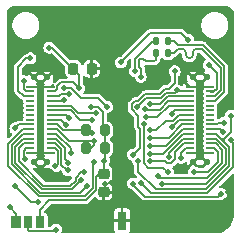
<source format=gbr>
%TF.GenerationSoftware,KiCad,Pcbnew,7.0.2*%
%TF.CreationDate,2023-09-13T14:25:54-04:00*%
%TF.ProjectId,PicoMod,5069636f-4d6f-4642-9e6b-696361645f70,rev?*%
%TF.SameCoordinates,Original*%
%TF.FileFunction,Copper,L2,Bot*%
%TF.FilePolarity,Positive*%
%FSLAX46Y46*%
G04 Gerber Fmt 4.6, Leading zero omitted, Abs format (unit mm)*
G04 Created by KiCad (PCBNEW 7.0.2) date 2023-09-13 14:25:54*
%MOMM*%
%LPD*%
G01*
G04 APERTURE LIST*
G04 Aperture macros list*
%AMRoundRect*
0 Rectangle with rounded corners*
0 $1 Rounding radius*
0 $2 $3 $4 $5 $6 $7 $8 $9 X,Y pos of 4 corners*
0 Add a 4 corners polygon primitive as box body*
4,1,4,$2,$3,$4,$5,$6,$7,$8,$9,$2,$3,0*
0 Add four circle primitives for the rounded corners*
1,1,$1+$1,$2,$3*
1,1,$1+$1,$4,$5*
1,1,$1+$1,$6,$7*
1,1,$1+$1,$8,$9*
0 Add four rect primitives between the rounded corners*
20,1,$1+$1,$2,$3,$4,$5,0*
20,1,$1+$1,$4,$5,$6,$7,0*
20,1,$1+$1,$6,$7,$8,$9,0*
20,1,$1+$1,$8,$9,$2,$3,0*%
%AMFreePoly0*
4,1,5,0.400000,-0.500000,-0.400000,-0.500000,-0.400000,0.500000,0.400000,0.500000,0.400000,-0.500000,0.400000,-0.500000,$1*%
G04 Aperture macros list end*
%TA.AperFunction,SMDPad,CuDef*%
%ADD10R,0.800000X1.600000*%
%TD*%
%TA.AperFunction,SMDPad,CuDef*%
%ADD11RoundRect,0.200000X-0.200000X-0.275000X0.200000X-0.275000X0.200000X0.275000X-0.200000X0.275000X0*%
%TD*%
%TA.AperFunction,SMDPad,CuDef*%
%ADD12RoundRect,0.135000X-0.135000X-0.185000X0.135000X-0.185000X0.135000X0.185000X-0.135000X0.185000X0*%
%TD*%
%TA.AperFunction,SMDPad,CuDef*%
%ADD13RoundRect,0.057500X0.267500X-0.057500X0.267500X0.057500X-0.267500X0.057500X-0.267500X-0.057500X0*%
%TD*%
%TA.AperFunction,SMDPad,CuDef*%
%ADD14RoundRect,0.112500X0.152500X-0.112500X0.152500X0.112500X-0.152500X0.112500X-0.152500X-0.112500X0*%
%TD*%
%TA.AperFunction,SMDPad,CuDef*%
%ADD15RoundRect,0.225000X-0.250000X0.225000X-0.250000X-0.225000X0.250000X-0.225000X0.250000X0.225000X0*%
%TD*%
%TA.AperFunction,SMDPad,CuDef*%
%ADD16R,0.800000X1.000000*%
%TD*%
%TA.AperFunction,SMDPad,CuDef*%
%ADD17FreePoly0,180.000000*%
%TD*%
%TA.AperFunction,SMDPad,CuDef*%
%ADD18RoundRect,0.225000X-0.225000X-0.250000X0.225000X-0.250000X0.225000X0.250000X-0.225000X0.250000X0*%
%TD*%
%TA.AperFunction,ViaPad*%
%ADD19C,0.508000*%
%TD*%
%TA.AperFunction,Conductor*%
%ADD20C,0.152400*%
%TD*%
%TA.AperFunction,Conductor*%
%ADD21C,0.200000*%
%TD*%
G04 APERTURE END LIST*
D10*
%TO.P,TP1,1,1*%
%TO.N,GND*%
X30150000Y-38550000D03*
%TD*%
D11*
%TO.P,R6,1*%
%TO.N,/SDA*%
X27075000Y-30900000D03*
%TO.P,R6,2*%
%TO.N,+3V3*%
X28725000Y-30900000D03*
%TD*%
D12*
%TO.P,R2,1*%
%TO.N,/usbP*%
X33040000Y-23350000D03*
%TO.P,R2,2*%
%TO.N,/USB_DP*%
X34060000Y-23350000D03*
%TD*%
D13*
%TO.P,J3,1,Pin_1*%
%TO.N,GND*%
X24125000Y-32800000D03*
%TO.P,J3,2,Pin_2*%
%TO.N,+5V*%
X24125000Y-32400000D03*
%TO.P,J3,3,Pin_3*%
%TO.N,/GPIO11*%
X24125000Y-32000000D03*
%TO.P,J3,4,Pin_4*%
%TO.N,/GPIO10*%
X24125000Y-31600000D03*
%TO.P,J3,5,Pin_5*%
%TO.N,/GPIO9*%
X24125000Y-31200000D03*
%TO.P,J3,6,Pin_6*%
%TO.N,/SCL*%
X24125000Y-30800000D03*
%TO.P,J3,7,Pin_7*%
%TO.N,/SDA*%
X24125000Y-30400000D03*
%TO.P,J3,8,Pin_8*%
%TO.N,/GPIO5*%
X24125000Y-30000000D03*
%TO.P,J3,9,Pin_9*%
%TO.N,/MISO0*%
X24125000Y-29600000D03*
%TO.P,J3,10,Pin_10*%
%TO.N,/MOSI0*%
X24125000Y-29200000D03*
%TO.P,J3,11,Pin_11*%
%TO.N,/SCK0*%
X24125000Y-28800000D03*
%TO.P,J3,12,Pin_12*%
%TO.N,/RX0*%
X24125000Y-28400000D03*
%TO.P,J3,13,Pin_13*%
%TO.N,/TX0*%
X24125000Y-28000000D03*
%TO.P,J3,14,Pin_14*%
%TO.N,+3V3*%
X24125000Y-27600000D03*
%TO.P,J3,15,Pin_15*%
%TO.N,GND*%
X24125000Y-27200000D03*
%TO.P,J3,16,Pin_16*%
X22375000Y-32800000D03*
%TO.P,J3,17,Pin_17*%
%TO.N,+3V3*%
X22375000Y-32400000D03*
%TO.P,J3,18,Pin_18*%
%TO.N,/MISO1*%
X22375000Y-32000000D03*
%TO.P,J3,19,Pin_19*%
%TO.N,/SCK1*%
X22375000Y-31600000D03*
%TO.P,J3,20,Pin_20*%
%TO.N,/MOSI1*%
X22375000Y-31200000D03*
%TO.P,J3,21,Pin_21*%
%TO.N,/GPIO13*%
X22375000Y-30800000D03*
%TO.P,J3,22,Pin_22*%
%TO.N,/VREG_EN*%
X22375000Y-30400000D03*
%TO.P,J3,23,Pin_23*%
%TO.N,unconnected-(J3-Pin_23-Pad23)*%
X22375000Y-30000000D03*
%TO.P,J3,24,Pin_24*%
%TO.N,unconnected-(J3-Pin_24-Pad24)*%
X22375000Y-29600000D03*
%TO.P,J3,25,Pin_25*%
%TO.N,unconnected-(J3-Pin_25-Pad25)*%
X22375000Y-29200000D03*
%TO.P,J3,26,Pin_26*%
%TO.N,unconnected-(J3-Pin_26-Pad26)*%
X22375000Y-28800000D03*
%TO.P,J3,27,Pin_27*%
%TO.N,unconnected-(J3-Pin_27-Pad27)*%
X22375000Y-28400000D03*
%TO.P,J3,28,Pin_28*%
%TO.N,/BOOTSEL*%
X22375000Y-28000000D03*
%TO.P,J3,29,Pin_29*%
%TO.N,+5V*%
X22375000Y-27600000D03*
%TO.P,J3,30,Pin_30*%
%TO.N,GND*%
X22375000Y-27200000D03*
D14*
%TO.P,J3,31,Pin_30*%
X22685000Y-33600000D03*
X23815000Y-33600000D03*
X22685000Y-26400000D03*
X23815000Y-26400000D03*
%TD*%
D13*
%TO.P,J2,1,Pin_1*%
%TO.N,GND*%
X37625000Y-32800000D03*
%TO.P,J2,2,Pin_2*%
%TO.N,+5V*%
X37625000Y-32400000D03*
%TO.P,J2,3,Pin_3*%
%TO.N,/GPIO17*%
X37625000Y-32000000D03*
%TO.P,J2,4,Pin_4*%
%TO.N,/GPIO16*%
X37625000Y-31600000D03*
%TO.P,J2,5,Pin_5*%
%TO.N,/RUN*%
X37625000Y-31200000D03*
%TO.P,J2,6,Pin_6*%
%TO.N,/SWDIO*%
X37625000Y-30800000D03*
%TO.P,J2,7,Pin_7*%
%TO.N,/SWCLK*%
X37625000Y-30400000D03*
%TO.P,J2,8,Pin_8*%
%TO.N,unconnected-(J2-Pin_8-Pad8)*%
X37625000Y-30000000D03*
%TO.P,J2,9,Pin_9*%
%TO.N,unconnected-(J2-Pin_9-Pad9)*%
X37625000Y-29600000D03*
%TO.P,J2,10,Pin_10*%
%TO.N,unconnected-(J2-Pin_10-Pad10)*%
X37625000Y-29200000D03*
%TO.P,J2,11,Pin_11*%
%TO.N,unconnected-(J2-Pin_11-Pad11)*%
X37625000Y-28800000D03*
%TO.P,J2,12,Pin_12*%
%TO.N,/USB_DP*%
X37625000Y-28400000D03*
%TO.P,J2,13,Pin_13*%
%TO.N,/USB_DN*%
X37625000Y-28000000D03*
%TO.P,J2,14,Pin_14*%
%TO.N,+3V3*%
X37625000Y-27600000D03*
%TO.P,J2,15,Pin_15*%
%TO.N,GND*%
X37625000Y-27200000D03*
%TO.P,J2,16,Pin_16*%
X35875000Y-32800000D03*
%TO.P,J2,17,Pin_17*%
%TO.N,+3V3*%
X35875000Y-32400000D03*
%TO.P,J2,18,Pin_18*%
%TO.N,/GPIO18*%
X35875000Y-32000000D03*
%TO.P,J2,19,Pin_19*%
%TO.N,/GPIO19*%
X35875000Y-31600000D03*
%TO.P,J2,20,Pin_20*%
%TO.N,/GPIO20*%
X35875000Y-31200000D03*
%TO.P,J2,21,Pin_21*%
%TO.N,/GPIO21*%
X35875000Y-30800000D03*
%TO.P,J2,22,Pin_22*%
%TO.N,/GPIO22*%
X35875000Y-30400000D03*
%TO.P,J2,23,Pin_23*%
%TO.N,/GPIO23*%
X35875000Y-30000000D03*
%TO.P,J2,24,Pin_24*%
%TO.N,/GPIO24*%
X35875000Y-29600000D03*
%TO.P,J2,25,Pin_25*%
%TO.N,/ADC0*%
X35875000Y-29200000D03*
%TO.P,J2,26,Pin_26*%
%TO.N,/ADC1*%
X35875000Y-28800000D03*
%TO.P,J2,27,Pin_27*%
%TO.N,/ADC2*%
X35875000Y-28400000D03*
%TO.P,J2,28,Pin_28*%
%TO.N,/ADC3*%
X35875000Y-28000000D03*
%TO.P,J2,29,Pin_29*%
%TO.N,+5V*%
X35875000Y-27600000D03*
%TO.P,J2,30,Pin_30*%
%TO.N,GND*%
X35875000Y-27200000D03*
D14*
%TO.P,J2,31,Pin_30*%
X36185000Y-33600000D03*
X37315000Y-33600000D03*
X36185000Y-26400000D03*
X37315000Y-26400000D03*
%TD*%
D11*
%TO.P,R7,1*%
%TO.N,/SCL*%
X27075000Y-32400000D03*
%TO.P,R7,2*%
%TO.N,+3V3*%
X28725000Y-32400000D03*
%TD*%
D12*
%TO.P,R1,1*%
%TO.N,/usbN*%
X33040000Y-24350000D03*
%TO.P,R1,2*%
%TO.N,/USB_DN*%
X34060000Y-24350000D03*
%TD*%
D15*
%TO.P,C6,1*%
%TO.N,+3V3*%
X28600000Y-34575000D03*
%TO.P,C6,2*%
%TO.N,GND*%
X28600000Y-36125000D03*
%TD*%
D16*
%TO.P,JP1,1,A*%
%TO.N,+3V3*%
X23200000Y-38650000D03*
%TO.P,JP1,2,C*%
%TO.N,/LED_PWR*%
X22200000Y-38650000D03*
D17*
%TO.P,JP1,3,B*%
%TO.N,+5V*%
X21200000Y-38650000D03*
%TD*%
D18*
%TO.P,C7,1*%
%TO.N,+3V3*%
X26025000Y-25700000D03*
%TO.P,C7,2*%
%TO.N,GND*%
X27575000Y-25700000D03*
%TD*%
D19*
%TO.N,+3V3*%
X24000000Y-23900000D03*
X28650000Y-33450000D03*
X37500000Y-25350000D03*
X26524423Y-27325577D03*
X35150000Y-33200000D03*
X27500000Y-28900000D03*
X21900000Y-33300000D03*
%TO.N,GND*%
X28714709Y-35464709D03*
X29800000Y-31400000D03*
X29100000Y-29800000D03*
X25650000Y-38675226D03*
X24417900Y-37750000D03*
X39350000Y-26100000D03*
X27800000Y-24450000D03*
X34150000Y-38675000D03*
X27822673Y-36772673D03*
X35150000Y-38675000D03*
X29800000Y-29800000D03*
X36750000Y-33035000D03*
X39350000Y-27600000D03*
X30300000Y-21600000D03*
X30500000Y-32200000D03*
X29800000Y-30600000D03*
X39350000Y-24600000D03*
X23250000Y-32794100D03*
X31800000Y-21600000D03*
X24098874Y-34448392D03*
X30500000Y-29800000D03*
X30500000Y-30600000D03*
X30500000Y-31400000D03*
X33300000Y-21600000D03*
X29800000Y-32200000D03*
X39160000Y-36150000D03*
X34800000Y-21600000D03*
%TO.N,+1V1*%
X35750000Y-23215200D03*
X31080480Y-32955902D03*
X34600000Y-25900000D03*
X30050000Y-25150000D03*
%TO.N,+5V*%
X25197387Y-27327440D03*
X21832100Y-26750000D03*
X20634501Y-37400000D03*
X28900000Y-28905900D03*
X24512628Y-33934310D03*
X31458025Y-28905900D03*
X34800000Y-27517900D03*
X36250000Y-34450500D03*
%TO.N,/LED*%
X32000000Y-30400000D03*
X34050000Y-34450000D03*
%TO.N,/TX0*%
X25645974Y-27811422D03*
%TO.N,/RX0*%
X25217900Y-28313641D03*
%TO.N,/SCK0*%
X27909723Y-29417299D03*
%TO.N,/MOSI0*%
X27600000Y-30000000D03*
%TO.N,/MISO0*%
X25644570Y-29816943D03*
%TO.N,/GPIO5*%
X25371949Y-30417900D03*
%TO.N,/SDA*%
X27608487Y-31149076D03*
%TO.N,/GPIO9*%
X25796186Y-32847645D03*
%TO.N,/GPIO10*%
X25585582Y-33632405D03*
%TO.N,/GPIO11*%
X25592277Y-34292272D03*
%TO.N,/MISO1*%
X26900000Y-34450000D03*
%TO.N,/SWCLK*%
X31099038Y-35411563D03*
X38512429Y-36276975D03*
X38783397Y-30249808D03*
%TO.N,/SWDIO*%
X39365500Y-31751948D03*
X38703500Y-31050362D03*
X31754546Y-35335539D03*
%TO.N,/RUN*%
X39365500Y-29650000D03*
X31517900Y-33450000D03*
%TO.N,/GPIO13*%
X27800000Y-33618104D03*
%TO.N,/SCK1*%
X26700000Y-35100000D03*
%TO.N,/MOSI1*%
X27200000Y-35600000D03*
%TO.N,/GPIO16*%
X33572370Y-35415500D03*
%TO.N,/GPIO17*%
X33200000Y-34756797D03*
%TO.N,/GPIO18*%
X32504048Y-33521653D03*
%TO.N,/GPIO19*%
X34137371Y-33188116D03*
%TO.N,/GPIO20*%
X32482100Y-32862115D03*
%TO.N,/GPIO21*%
X32482100Y-32202212D03*
%TO.N,/GPIO22*%
X32482100Y-31542309D03*
%TO.N,/GPIO23*%
X34387525Y-30587525D03*
%TO.N,/GPIO24*%
X32482100Y-30882406D03*
%TO.N,/ADC0*%
X34355450Y-29505450D03*
%TO.N,/ADC1*%
X32202875Y-29765615D03*
%TO.N,/ADC2*%
X32083379Y-29116621D03*
%TO.N,/ADC3*%
X32550000Y-28650000D03*
%TO.N,/SCL*%
X27759751Y-31791408D03*
%TO.N,/BOOTSEL*%
X22400000Y-24800000D03*
%TO.N,/VREG_EN*%
X22999454Y-36963438D03*
X21116601Y-30729850D03*
X21116601Y-35650000D03*
%TO.N,/LED_PWR*%
X24550000Y-39300000D03*
%TO.N,/usbN*%
X31733699Y-26346299D03*
%TO.N,/usbP*%
X31266301Y-25878901D03*
%TD*%
D20*
%TO.N,+3V3*%
X24000000Y-23900000D02*
X24225000Y-23900000D01*
X24225000Y-23900000D02*
X26025000Y-25700000D01*
X22045393Y-32400000D02*
X22375000Y-32400000D01*
X35545393Y-32400000D02*
X35875000Y-32400000D01*
X37681400Y-27656400D02*
X37850000Y-27656400D01*
X38190400Y-27364207D02*
X38190400Y-26040400D01*
D21*
X28650000Y-33450000D02*
X28650000Y-34375000D01*
X28526698Y-30701698D02*
X28725000Y-30900000D01*
D20*
X21821400Y-32623993D02*
X22045393Y-32400000D01*
D21*
X28650000Y-34375000D02*
X28850000Y-34575000D01*
D20*
X24678600Y-27163727D02*
X24678600Y-27376007D01*
X37625000Y-27600000D02*
X37681400Y-27656400D01*
X37954607Y-27600000D02*
X38190400Y-27364207D01*
X26524423Y-27325577D02*
X26033133Y-26834287D01*
X23200000Y-38650000D02*
X23200000Y-37600000D01*
X21900000Y-33300000D02*
X21900000Y-33275000D01*
X38190400Y-26040400D02*
X37500000Y-25350000D01*
D21*
X28725000Y-33375000D02*
X28725000Y-32400000D01*
D20*
X28225000Y-34575000D02*
X28850000Y-34575000D01*
X21900000Y-33300000D02*
X21821400Y-33221400D01*
X23200000Y-37600000D02*
X23998200Y-36801800D01*
D21*
X28725000Y-30900000D02*
X28725000Y-32400000D01*
D20*
X35150000Y-32795393D02*
X35545393Y-32400000D01*
D21*
X28114703Y-28900000D02*
X28526698Y-29311995D01*
D20*
X24678600Y-27376007D02*
X24454607Y-27600000D01*
X25008040Y-26834287D02*
X24678600Y-27163727D01*
X37625000Y-27600000D02*
X37954607Y-27600000D01*
X26033133Y-26834287D02*
X25008040Y-26834287D01*
X26025000Y-25700000D02*
X26524423Y-26199423D01*
D21*
X27500000Y-28900000D02*
X28114703Y-28900000D01*
X28526698Y-29311995D02*
X28526698Y-30701698D01*
D20*
X26524423Y-26199423D02*
X26524423Y-27325577D01*
X23998200Y-36801800D02*
X27111752Y-36801800D01*
X35150000Y-33200000D02*
X35150000Y-32795393D01*
X27987400Y-34812600D02*
X28225000Y-34575000D01*
X21821400Y-33221400D02*
X21821400Y-32623993D01*
D21*
X28650000Y-33450000D02*
X28725000Y-33375000D01*
D20*
X27111752Y-36801800D02*
X27987400Y-35926152D01*
X27987400Y-35926152D02*
X27987400Y-34812600D01*
X24454607Y-27600000D02*
X24125000Y-27600000D01*
%TO.N,GND*%
X23250000Y-27200000D02*
X22375000Y-27200000D01*
X36750000Y-27200000D02*
X36750000Y-26965000D01*
X36750000Y-33035000D02*
X37315000Y-33600000D01*
X36185000Y-26400000D02*
X36750000Y-26965000D01*
X23250000Y-33035000D02*
X23815000Y-33600000D01*
X23250000Y-32800000D02*
X23250000Y-33035000D01*
X36750000Y-33035000D02*
X36750000Y-32800000D01*
X35875000Y-27200000D02*
X36750000Y-27200000D01*
X23250000Y-27200000D02*
X23250000Y-26965000D01*
X36750000Y-27200000D02*
X37625000Y-27200000D01*
X23250000Y-26965000D02*
X22685000Y-26400000D01*
X36750000Y-32800000D02*
X37625000Y-32800000D01*
X28714709Y-35989709D02*
X28850000Y-36125000D01*
X24125000Y-27200000D02*
X23250000Y-27200000D01*
X35875000Y-32800000D02*
X36750000Y-32800000D01*
X36750000Y-26965000D02*
X37315000Y-26400000D01*
X23815000Y-26400000D02*
X23250000Y-26965000D01*
X23250000Y-32800000D02*
X24125000Y-32800000D01*
X22375000Y-32800000D02*
X23250000Y-32800000D01*
X23250000Y-33035000D02*
X22685000Y-33600000D01*
X36185000Y-33600000D02*
X36750000Y-33035000D01*
X28714709Y-35464709D02*
X28714709Y-35989709D01*
%TO.N,+1V1*%
X32550000Y-22650000D02*
X30050000Y-25150000D01*
X30975425Y-29125425D02*
X30975425Y-28706000D01*
X34109600Y-27390400D02*
X34600000Y-26900000D01*
X31094098Y-32955902D02*
X31695200Y-32354800D01*
X35184800Y-22650000D02*
X32550000Y-22650000D01*
X31080480Y-32955902D02*
X31094098Y-32955902D01*
X33779996Y-27390400D02*
X34109600Y-27390400D01*
X34600000Y-26900000D02*
X34600000Y-25900000D01*
X30050000Y-25150000D02*
X30050000Y-25282500D01*
X31695200Y-32354800D02*
X31695200Y-30777700D01*
X31517400Y-29667400D02*
X30975425Y-29125425D01*
X32087673Y-27845200D02*
X33325196Y-27845200D01*
X33325196Y-27845200D02*
X33779996Y-27390400D01*
X30975425Y-28706000D02*
X31258125Y-28423300D01*
X35750000Y-23215200D02*
X35184800Y-22650000D01*
X31517400Y-30599900D02*
X31517400Y-29667400D01*
X31509573Y-28423300D02*
X32087673Y-27845200D01*
X31695200Y-30777700D02*
X31517400Y-30599900D01*
X31258125Y-28423300D02*
X31509573Y-28423300D01*
%TO.N,+5V*%
X33906248Y-27695200D02*
X34622700Y-27695200D01*
X37625000Y-32400000D02*
X37954608Y-32400000D01*
X37954608Y-32400000D02*
X38300000Y-32745392D01*
X21200000Y-37965499D02*
X21200000Y-38650000D01*
X34882100Y-27600000D02*
X35875000Y-27600000D01*
X25843786Y-27327440D02*
X25197387Y-27327440D01*
X38300000Y-33544740D02*
X37394240Y-34450500D01*
X34622700Y-27695200D02*
X34800000Y-27517900D01*
X34800000Y-27517900D02*
X34882100Y-27600000D01*
X21821400Y-26760700D02*
X21821400Y-27376007D01*
X37394240Y-34450500D02*
X36250000Y-34450500D01*
X24125000Y-32400000D02*
X24468948Y-32400000D01*
X24704486Y-33742452D02*
X24704486Y-32635538D01*
X21821400Y-27376007D02*
X22045393Y-27600000D01*
X28900000Y-28900000D02*
X28150000Y-28150000D01*
X28150000Y-28150000D02*
X26666346Y-28150000D01*
X20634501Y-37400000D02*
X21200000Y-37965499D01*
X32213925Y-28150000D02*
X33451448Y-28150000D01*
X26666346Y-28150000D02*
X25843786Y-27327440D01*
X21832100Y-26750000D02*
X21821400Y-26760700D01*
X38300000Y-32745392D02*
X38300000Y-33544740D01*
X24512628Y-33934310D02*
X24704486Y-33742452D01*
X28900000Y-28905900D02*
X28900000Y-28900000D01*
X31458025Y-28905900D02*
X32213925Y-28150000D01*
X22045393Y-27600000D02*
X22375000Y-27600000D01*
X24468948Y-32400000D02*
X24704486Y-32635538D01*
X33451448Y-28150000D02*
X33906248Y-27695200D01*
%TO.N,/USB_DP*%
X34540001Y-23350000D02*
X34887301Y-23697300D01*
X38800100Y-25484148D02*
X38800100Y-27625017D01*
X34887301Y-23697300D02*
X37013252Y-23697300D01*
X38025117Y-28400000D02*
X37625000Y-28400000D01*
X37013252Y-23697300D02*
X38800100Y-25484148D01*
X38800100Y-27625017D02*
X38025117Y-28400000D01*
X34060000Y-23350000D02*
X34540001Y-23350000D01*
%TO.N,/USB_DN*%
X36450000Y-24002700D02*
X36886748Y-24002700D01*
X38494700Y-27498513D02*
X37993213Y-28000000D01*
X34887301Y-24002700D02*
X35250000Y-24002700D01*
X34540001Y-24350000D02*
X34887301Y-24002700D01*
X36886748Y-24002700D02*
X38494700Y-25610652D01*
X38494700Y-25610652D02*
X38494700Y-27498513D01*
X34060000Y-24350000D02*
X34540001Y-24350000D01*
X36150000Y-24485833D02*
X36150000Y-24302700D01*
X35550000Y-24302700D02*
X35550000Y-24485833D01*
X37993213Y-28000000D02*
X37625000Y-28000000D01*
X35850000Y-24785800D02*
G75*
G03*
X36150000Y-24485833I0J300000D01*
G01*
X36450000Y-24002700D02*
G75*
G03*
X36150000Y-24302700I0J-300000D01*
G01*
X35550000Y-24302700D02*
G75*
G03*
X35250000Y-24002700I-300000J0D01*
G01*
X35549967Y-24485833D02*
G75*
G03*
X35850000Y-24785833I300033J33D01*
G01*
%TO.N,/LED*%
X32349895Y-34050000D02*
X33300000Y-34050000D01*
X33300000Y-34050000D02*
X33650000Y-34050000D01*
X32000000Y-30400000D02*
X32000000Y-33700105D01*
X33650000Y-34050000D02*
X34050000Y-34450000D01*
X32000000Y-33700105D02*
X32349895Y-34050000D01*
%TO.N,/TX0*%
X24988578Y-27811422D02*
X24800000Y-28000000D01*
X24125000Y-28000000D02*
X24800000Y-28000000D01*
X25645974Y-27811422D02*
X24988578Y-27811422D01*
%TO.N,/RX0*%
X25131541Y-28400000D02*
X25217900Y-28313641D01*
X24125000Y-28400000D02*
X25131541Y-28400000D01*
%TO.N,/SCK0*%
X26448351Y-29417299D02*
X25831052Y-28800000D01*
X25831052Y-28800000D02*
X24125000Y-28800000D01*
X27909723Y-29417299D02*
X26448351Y-29417299D01*
%TO.N,/MOSI0*%
X26600000Y-30000000D02*
X25800000Y-29200000D01*
X25800000Y-29200000D02*
X24125000Y-29200000D01*
X27600000Y-30000000D02*
X26600000Y-30000000D01*
%TO.N,/MISO0*%
X25644570Y-29816943D02*
X25427627Y-29600000D01*
X25427627Y-29600000D02*
X24125000Y-29600000D01*
%TO.N,/GPIO5*%
X25371949Y-30417900D02*
X24954049Y-30000000D01*
X24954049Y-30000000D02*
X23875000Y-30000000D01*
%TO.N,/SDA*%
X27359411Y-30900000D02*
X27608487Y-31149076D01*
X25162104Y-30900000D02*
X24662104Y-30400000D01*
X27075000Y-30900000D02*
X25162104Y-30900000D01*
X24662104Y-30400000D02*
X23875000Y-30400000D01*
X27075000Y-30900000D02*
X27359411Y-30900000D01*
%TO.N,/GPIO9*%
X24600000Y-31200000D02*
X23875000Y-31200000D01*
X25796186Y-32847645D02*
X25796186Y-32396186D01*
X25796186Y-32396186D02*
X24600000Y-31200000D01*
%TO.N,/GPIO10*%
X25585582Y-33632405D02*
X25314086Y-33360909D01*
X25314086Y-32383034D02*
X24531052Y-31600000D01*
X25314086Y-33360909D02*
X25314086Y-32383034D01*
X24531052Y-31600000D02*
X23875000Y-31600000D01*
%TO.N,/GPIO11*%
X24500000Y-32000000D02*
X23875000Y-32000000D01*
X25492272Y-34292272D02*
X25009286Y-33809286D01*
X25009286Y-33809286D02*
X25009286Y-32509286D01*
X25009286Y-32509286D02*
X24500000Y-32000000D01*
X25592277Y-34292272D02*
X25492272Y-34292272D01*
%TO.N,/MISO1*%
X26667500Y-34450000D02*
X26217400Y-34900100D01*
X21417400Y-32404000D02*
X21821400Y-32000000D01*
X26217400Y-34900100D02*
X26217400Y-35151548D01*
X23500100Y-35582600D02*
X21417400Y-33499900D01*
X25786348Y-35582600D02*
X23500100Y-35582600D01*
X26217400Y-35151548D02*
X25786348Y-35582600D01*
X26900000Y-34450000D02*
X26667500Y-34450000D01*
X21417400Y-33499900D02*
X21417400Y-32404000D01*
X21821400Y-32000000D02*
X22375000Y-32000000D01*
%TO.N,/SWCLK*%
X32108900Y-36508900D02*
X38280504Y-36508900D01*
X38783397Y-30249808D02*
X38350192Y-30249808D01*
X31099038Y-35499038D02*
X32108900Y-36508900D01*
X38280504Y-36508900D02*
X38512429Y-36276975D01*
X31099038Y-35411563D02*
X31099038Y-35499038D01*
X38200000Y-30400000D02*
X37625000Y-30400000D01*
X38350192Y-30249808D02*
X38200000Y-30400000D01*
%TO.N,/SWDIO*%
X39542800Y-31929248D02*
X39365500Y-31751948D01*
X38703500Y-31050362D02*
X38453138Y-30800000D01*
X32623107Y-36204100D02*
X37364848Y-36204100D01*
X37364848Y-36204100D02*
X39542800Y-34026148D01*
X31754546Y-35335539D02*
X32623107Y-36204100D01*
X39542800Y-34026148D02*
X39542800Y-31929248D01*
X38453138Y-30800000D02*
X37625000Y-30800000D01*
%TO.N,/RUN*%
X37238596Y-35899300D02*
X39238000Y-33899896D01*
X33000100Y-35899300D02*
X37238596Y-35899300D01*
X38817827Y-31882173D02*
X38815526Y-31884474D01*
X38690526Y-31759474D02*
X38565526Y-31634474D01*
X38690526Y-31745129D02*
X38690526Y-31759474D01*
X38817827Y-31617827D02*
X38690526Y-31745129D01*
X39365500Y-31070155D02*
X38817827Y-31617827D01*
X38131052Y-31200000D02*
X37625000Y-31200000D01*
X39238000Y-33899896D02*
X39238000Y-32306948D01*
X39238000Y-32306948D02*
X38815526Y-31884474D01*
X31517900Y-33450000D02*
X31517900Y-34417100D01*
X38815526Y-31884474D02*
X38690526Y-31759474D01*
X38565526Y-31634474D02*
X38131052Y-31200000D01*
X39365500Y-29650000D02*
X39365500Y-31070155D01*
X38817827Y-31617827D02*
X38817827Y-31882173D01*
X31517900Y-34417100D02*
X33000100Y-35899300D01*
X38817827Y-31617827D02*
X38801180Y-31634474D01*
X38801180Y-31634474D02*
X38565526Y-31634474D01*
%TO.N,/GPIO13*%
X27682600Y-33735504D02*
X27682600Y-35799900D01*
X20503000Y-32025244D02*
X21728244Y-30800000D01*
X27682600Y-35799900D02*
X26985500Y-36497000D01*
X23121344Y-36497000D02*
X20503000Y-33878656D01*
X26985500Y-36497000D02*
X23121344Y-36497000D01*
X21728244Y-30800000D02*
X22375000Y-30800000D01*
X27800000Y-33618104D02*
X27682600Y-33735504D01*
X20503000Y-33878656D02*
X20503000Y-32025244D01*
%TO.N,/SCK1*%
X22375000Y-31600000D02*
X21790348Y-31600000D01*
X23373848Y-35887400D02*
X25912600Y-35887400D01*
X21112600Y-33626152D02*
X23373848Y-35887400D01*
X21790348Y-31600000D02*
X21112600Y-32277748D01*
X25912600Y-35887400D02*
X26700000Y-35100000D01*
X21112600Y-32277748D02*
X21112600Y-33626152D01*
%TO.N,/MOSI1*%
X23247596Y-36192200D02*
X26607800Y-36192200D01*
X22375000Y-31200000D02*
X21759296Y-31200000D01*
X20807800Y-32151496D02*
X20807800Y-33752404D01*
X26607800Y-36192200D02*
X27200000Y-35600000D01*
X20807800Y-33752404D02*
X23247596Y-36192200D01*
X21759296Y-31200000D02*
X20807800Y-32151496D01*
%TO.N,/GPIO16*%
X38100000Y-31600000D02*
X37625000Y-31600000D01*
X33572370Y-35415500D02*
X33573570Y-35416700D01*
X33573570Y-35416700D02*
X37290144Y-35416700D01*
X37290144Y-35416700D02*
X38933200Y-33773644D01*
X38933200Y-33773644D02*
X38933200Y-32433200D01*
X38933200Y-32433200D02*
X38100000Y-31600000D01*
%TO.N,/GPIO17*%
X38628400Y-33647392D02*
X38628400Y-32559452D01*
X33200000Y-34756797D02*
X33375803Y-34932600D01*
X33375803Y-34932600D02*
X37343192Y-34932600D01*
X37343192Y-34932600D02*
X38628400Y-33647392D01*
X38068948Y-32000000D02*
X37625000Y-32000000D01*
X38628400Y-32559452D02*
X38068948Y-32000000D01*
%TO.N,/GPIO18*%
X33788408Y-33521653D02*
X33937471Y-33670716D01*
X34665526Y-32715526D02*
X35381052Y-32000000D01*
X34665526Y-33342461D02*
X34665526Y-32715526D01*
X35381052Y-32000000D02*
X35875000Y-32000000D01*
X33937471Y-33670716D02*
X34337271Y-33670716D01*
X34337271Y-33670716D02*
X34665526Y-33342461D01*
X32504048Y-33521653D02*
X33788408Y-33521653D01*
%TO.N,/GPIO19*%
X34137371Y-32812629D02*
X35350000Y-31600000D01*
X35350000Y-31600000D02*
X35875000Y-31600000D01*
X34137371Y-33188116D02*
X34137371Y-32812629D01*
%TO.N,/GPIO20*%
X35875000Y-31200000D02*
X35318948Y-31200000D01*
X33656833Y-32862115D02*
X32482100Y-32862115D01*
X35318948Y-31200000D02*
X33656833Y-32862115D01*
%TO.N,/GPIO21*%
X33885684Y-32202212D02*
X35287896Y-30800000D01*
X35287896Y-30800000D02*
X35875000Y-30800000D01*
X32482100Y-32202212D02*
X33885684Y-32202212D01*
%TO.N,/GPIO22*%
X35875000Y-30400000D02*
X35256844Y-30400000D01*
X34114535Y-31542309D02*
X32482100Y-31542309D01*
X35256844Y-30400000D02*
X34114535Y-31542309D01*
%TO.N,/GPIO23*%
X35875000Y-30000000D02*
X35239068Y-30000000D01*
X34987620Y-30000000D02*
X34400095Y-30587525D01*
X35239068Y-30000000D02*
X34987620Y-30000000D01*
X34400095Y-30587525D02*
X34387525Y-30587525D01*
%TO.N,/GPIO24*%
X34486153Y-30070415D02*
X34956568Y-29600000D01*
X32482100Y-30882406D02*
X33067594Y-30882406D01*
X33067594Y-30882406D02*
X33879585Y-30070415D01*
X33879585Y-30070415D02*
X34486153Y-30070415D01*
X34956568Y-29600000D02*
X35875000Y-29600000D01*
%TO.N,/ADC0*%
X34355450Y-29505450D02*
X34660900Y-29200000D01*
X34660900Y-29200000D02*
X35875000Y-29200000D01*
%TO.N,/ADC1*%
X35875000Y-28800000D02*
X34094604Y-28800000D01*
X34094604Y-28800000D02*
X33128989Y-29765615D01*
X33128989Y-29765615D02*
X32202875Y-29765615D01*
%TO.N,/ADC2*%
X35875000Y-28400000D02*
X34063552Y-28400000D01*
X34063552Y-28400000D02*
X33330952Y-29132600D01*
X33330952Y-29132600D02*
X32099358Y-29132600D01*
X32099358Y-29132600D02*
X32083379Y-29116621D01*
%TO.N,/ADC3*%
X34032500Y-28000000D02*
X35875000Y-28000000D01*
X32550000Y-28650000D02*
X33382500Y-28650000D01*
X33382500Y-28650000D02*
X34032500Y-28000000D01*
%TO.N,/SCL*%
X27759751Y-31791408D02*
X25622460Y-31791408D01*
X27500000Y-32400000D02*
X27075000Y-32400000D01*
X24631052Y-30800000D02*
X23875000Y-30800000D01*
X27759751Y-32140249D02*
X27500000Y-32400000D01*
X27759751Y-31791408D02*
X27759751Y-32140249D01*
X25622460Y-31791408D02*
X24631052Y-30800000D01*
%TO.N,/BOOTSEL*%
X21350000Y-27528600D02*
X21821400Y-28000000D01*
X22050000Y-24800000D02*
X21350000Y-25500000D01*
X21821400Y-28000000D02*
X22375000Y-28000000D01*
X21350000Y-25500000D02*
X21350000Y-27528600D01*
X22400000Y-24800000D02*
X22050000Y-24800000D01*
%TO.N,/VREG_EN*%
X22430039Y-36963438D02*
X22999454Y-36963438D01*
X21116601Y-30729850D02*
X21446451Y-30400000D01*
X21116601Y-35650000D02*
X22430039Y-36963438D01*
X21446451Y-30400000D02*
X22375000Y-30400000D01*
%TO.N,/LED_PWR*%
X22276200Y-39378600D02*
X24471400Y-39378600D01*
X22200000Y-39302400D02*
X22276200Y-39378600D01*
X22200000Y-38650000D02*
X22200000Y-39302400D01*
X24471400Y-39378600D02*
X24550000Y-39300000D01*
%TO.N,/usbN*%
X32150000Y-25050000D02*
X31959460Y-24859460D01*
X31571101Y-25501201D02*
X31748901Y-25679001D01*
X33040000Y-24350000D02*
X33040000Y-24910000D01*
X31748901Y-25679001D02*
X31748901Y-26331097D01*
X33040000Y-24910000D02*
X32900000Y-25050000D01*
X31571101Y-25022083D02*
X31571101Y-25501201D01*
X31671592Y-24859460D02*
X31615035Y-24916017D01*
X31853394Y-24815526D02*
X31777658Y-24815526D01*
X32900000Y-25050000D02*
X32150000Y-25050000D01*
X31748901Y-26331097D02*
X31733699Y-26346299D01*
X31959458Y-24859462D02*
G75*
G03*
X31853394Y-24815526I-106058J-106038D01*
G01*
X31777658Y-24815489D02*
G75*
G03*
X31671592Y-24859460I42J-150011D01*
G01*
X31615044Y-24916026D02*
G75*
G03*
X31571101Y-25022083I106056J-106074D01*
G01*
%TO.N,/usbP*%
X31266301Y-25878901D02*
X31266301Y-24833699D01*
X31266301Y-24833699D02*
X32750000Y-23350000D01*
X32750000Y-23350000D02*
X33040000Y-23350000D01*
%TD*%
%TA.AperFunction,Conductor*%
%TO.N,GND*%
G36*
X39005611Y-20381997D02*
G01*
X39027491Y-20384464D01*
X39126620Y-20395645D01*
X39148220Y-20400577D01*
X39247735Y-20435410D01*
X39257887Y-20438964D01*
X39277857Y-20448583D01*
X39376231Y-20510405D01*
X39393561Y-20524227D01*
X39475712Y-20606386D01*
X39489532Y-20623717D01*
X39551343Y-20722095D01*
X39560961Y-20742067D01*
X39599336Y-20851737D01*
X39604268Y-20873348D01*
X39617877Y-20994114D01*
X39618500Y-21005200D01*
X39618500Y-29066240D01*
X39599593Y-29124431D01*
X39550093Y-29160395D01*
X39491609Y-29161230D01*
X39438036Y-29145500D01*
X39292964Y-29145500D01*
X39153768Y-29186370D01*
X39031725Y-29264804D01*
X38936722Y-29374442D01*
X38876456Y-29506406D01*
X38854317Y-29660397D01*
X38827321Y-29715305D01*
X38773207Y-29743858D01*
X38756325Y-29745308D01*
X38710861Y-29745308D01*
X38571665Y-29786178D01*
X38449619Y-29864614D01*
X38429602Y-29887715D01*
X38377206Y-29919311D01*
X38346155Y-29921506D01*
X38321279Y-29919329D01*
X38311708Y-29921894D01*
X38250606Y-29918691D01*
X38203057Y-29880185D01*
X38195526Y-29866265D01*
X38183922Y-29839983D01*
X38177715Y-29779119D01*
X38183923Y-29760014D01*
X38197512Y-29729238D01*
X38200500Y-29703484D01*
X38200500Y-29496516D01*
X38197512Y-29470762D01*
X38183922Y-29439984D01*
X38177715Y-29379117D01*
X38183920Y-29360020D01*
X38197512Y-29329238D01*
X38200500Y-29303484D01*
X38200500Y-29096516D01*
X38197512Y-29070762D01*
X38183922Y-29039984D01*
X38177715Y-28979117D01*
X38183920Y-28960020D01*
X38197512Y-28929238D01*
X38200500Y-28903484D01*
X38200500Y-28733142D01*
X38219407Y-28674951D01*
X38227414Y-28667741D01*
X38227132Y-28667504D01*
X38238355Y-28654128D01*
X38263440Y-28624231D01*
X38269253Y-28617886D01*
X39017975Y-27869163D01*
X39024333Y-27863339D01*
X39024336Y-27863335D01*
X39054228Y-27838255D01*
X39073749Y-27804441D01*
X39078368Y-27797192D01*
X39100759Y-27765217D01*
X39101162Y-27763709D01*
X39111054Y-27739828D01*
X39111834Y-27738479D01*
X39118613Y-27700026D01*
X39120473Y-27691635D01*
X39130577Y-27653931D01*
X39127177Y-27615066D01*
X39126800Y-27606437D01*
X39126800Y-25502735D01*
X39127177Y-25494105D01*
X39130578Y-25455236D01*
X39128804Y-25448615D01*
X39120473Y-25417526D01*
X39118612Y-25409136D01*
X39111834Y-25370686D01*
X39111054Y-25369335D01*
X39101163Y-25345459D01*
X39100759Y-25343949D01*
X39078370Y-25311974D01*
X39073739Y-25304705D01*
X39073406Y-25304128D01*
X39054228Y-25270910D01*
X39041017Y-25259825D01*
X39024345Y-25245835D01*
X39017977Y-25240001D01*
X37257403Y-23479427D01*
X37251569Y-23473059D01*
X37226491Y-23443172D01*
X37210632Y-23434016D01*
X37192691Y-23423658D01*
X37185432Y-23419034D01*
X37153451Y-23396641D01*
X37153450Y-23396640D01*
X37153449Y-23396640D01*
X37151940Y-23396236D01*
X37128066Y-23386346D01*
X37126714Y-23385565D01*
X37088292Y-23378791D01*
X37079860Y-23376922D01*
X37042165Y-23366821D01*
X37003295Y-23370223D01*
X36994665Y-23370600D01*
X36351597Y-23370600D01*
X36293406Y-23351693D01*
X36257442Y-23302193D01*
X36253605Y-23257511D01*
X36259688Y-23215199D01*
X36239043Y-23071606D01*
X36178777Y-22939642D01*
X36178776Y-22939642D01*
X36083775Y-22830004D01*
X36005341Y-22779597D01*
X35961731Y-22751570D01*
X35822536Y-22710700D01*
X35748530Y-22710700D01*
X35690339Y-22691793D01*
X35678526Y-22681703D01*
X35428956Y-22432132D01*
X35423122Y-22425765D01*
X35398039Y-22395872D01*
X35382180Y-22386716D01*
X35364239Y-22376358D01*
X35356980Y-22371734D01*
X35324999Y-22349341D01*
X35324998Y-22349340D01*
X35324997Y-22349340D01*
X35323488Y-22348936D01*
X35299614Y-22339046D01*
X35298262Y-22338265D01*
X35259840Y-22331491D01*
X35251408Y-22329622D01*
X35213713Y-22319521D01*
X35174843Y-22322923D01*
X35166213Y-22323300D01*
X32568587Y-22323300D01*
X32559959Y-22322923D01*
X32556083Y-22322583D01*
X32521084Y-22319521D01*
X32483390Y-22329621D01*
X32474962Y-22331490D01*
X32436536Y-22338266D01*
X32435179Y-22339050D01*
X32411312Y-22348936D01*
X32409800Y-22349341D01*
X32377832Y-22371724D01*
X32370554Y-22376361D01*
X32336762Y-22395871D01*
X32311688Y-22425753D01*
X32305855Y-22432119D01*
X30121472Y-24616504D01*
X30066955Y-24644281D01*
X30051468Y-24645500D01*
X29977464Y-24645500D01*
X29838268Y-24686370D01*
X29716225Y-24764804D01*
X29621222Y-24874442D01*
X29560956Y-25006406D01*
X29540311Y-25150000D01*
X29560956Y-25293593D01*
X29621222Y-25425557D01*
X29631921Y-25437904D01*
X29716225Y-25535196D01*
X29838268Y-25613629D01*
X29977464Y-25654500D01*
X30122536Y-25654500D01*
X30261732Y-25613629D01*
X30383775Y-25535196D01*
X30478777Y-25425558D01*
X30539042Y-25293596D01*
X30539042Y-25293594D01*
X30539043Y-25293593D01*
X30561714Y-25135911D01*
X30564397Y-25136296D01*
X30571181Y-25097090D01*
X30588734Y-25073288D01*
X30770599Y-24891423D01*
X30825114Y-24863648D01*
X30885546Y-24873219D01*
X30928811Y-24916484D01*
X30939601Y-24961429D01*
X30939601Y-25448615D01*
X30920694Y-25506806D01*
X30915426Y-25513439D01*
X30896575Y-25535195D01*
X30837523Y-25603343D01*
X30777257Y-25735307D01*
X30756612Y-25878901D01*
X30777257Y-26022494D01*
X30837523Y-26154458D01*
X30837524Y-26154459D01*
X30932526Y-26264097D01*
X31054569Y-26342530D01*
X31169866Y-26376383D01*
X31220373Y-26410918D01*
X31239967Y-26457283D01*
X31244655Y-26489893D01*
X31304921Y-26621856D01*
X31304922Y-26621857D01*
X31399924Y-26731495D01*
X31521967Y-26809928D01*
X31661163Y-26850799D01*
X31806235Y-26850799D01*
X31945431Y-26809928D01*
X32067474Y-26731495D01*
X32162476Y-26621857D01*
X32222741Y-26489895D01*
X32222741Y-26489893D01*
X32222742Y-26489892D01*
X32243387Y-26346299D01*
X32222742Y-26202705D01*
X32162476Y-26070741D01*
X32152496Y-26059224D01*
X32099781Y-25998387D01*
X32075964Y-25942029D01*
X32075601Y-25933557D01*
X32075601Y-25697587D01*
X32075978Y-25688957D01*
X32079379Y-25650086D01*
X32069277Y-25612387D01*
X32067413Y-25603982D01*
X32060635Y-25565539D01*
X32059856Y-25564189D01*
X32049963Y-25540305D01*
X32049560Y-25538802D01*
X32049560Y-25538801D01*
X32047581Y-25535975D01*
X32029692Y-25477465D01*
X32049611Y-25419613D01*
X32099730Y-25384517D01*
X32120048Y-25380568D01*
X32150221Y-25377928D01*
X32159950Y-25377076D01*
X32168578Y-25376700D01*
X32881414Y-25376700D01*
X32890041Y-25377076D01*
X32928914Y-25380478D01*
X32966636Y-25370369D01*
X32975011Y-25368512D01*
X33013462Y-25361734D01*
X33014809Y-25360955D01*
X33038691Y-25351062D01*
X33040199Y-25350659D01*
X33072183Y-25328262D01*
X33079422Y-25323650D01*
X33113238Y-25304128D01*
X33138323Y-25274231D01*
X33144136Y-25267886D01*
X33257886Y-25154136D01*
X33264231Y-25148323D01*
X33294128Y-25123238D01*
X33313650Y-25089422D01*
X33318262Y-25082183D01*
X33340659Y-25050199D01*
X33341062Y-25048691D01*
X33350955Y-25024809D01*
X33351734Y-25023462D01*
X33358512Y-24985011D01*
X33360370Y-24976631D01*
X33370478Y-24938914D01*
X33370140Y-24935050D01*
X33383903Y-24875434D01*
X33398760Y-24856417D01*
X33402100Y-24853076D01*
X33402102Y-24853076D01*
X33479996Y-24775181D01*
X33534514Y-24747404D01*
X33594946Y-24756976D01*
X33620000Y-24775178D01*
X33697898Y-24853076D01*
X33813482Y-24909582D01*
X33888418Y-24920500D01*
X33888421Y-24920500D01*
X34231579Y-24920500D01*
X34231582Y-24920500D01*
X34306518Y-24909582D01*
X34422102Y-24853076D01*
X34513076Y-24762102D01*
X34530787Y-24725872D01*
X34573329Y-24681900D01*
X34594091Y-24673731D01*
X34606632Y-24670370D01*
X34615012Y-24668512D01*
X34653463Y-24661734D01*
X34654810Y-24660955D01*
X34678692Y-24651062D01*
X34680200Y-24650659D01*
X34712184Y-24628262D01*
X34719423Y-24623650D01*
X34753239Y-24604128D01*
X34778324Y-24574231D01*
X34784149Y-24567875D01*
X34993629Y-24358396D01*
X35048145Y-24330619D01*
X35063632Y-24329400D01*
X35124295Y-24329400D01*
X35182486Y-24348307D01*
X35218450Y-24397807D01*
X35223295Y-24428394D01*
X35223296Y-24444829D01*
X35223263Y-24444930D01*
X35223273Y-24556478D01*
X35254712Y-24694160D01*
X35287832Y-24762918D01*
X35315996Y-24821390D01*
X35404053Y-24931796D01*
X35514469Y-25019841D01*
X35641707Y-25081111D01*
X35779389Y-25112534D01*
X35850000Y-25112533D01*
X35901744Y-25112533D01*
X35917253Y-25112533D01*
X35917462Y-25112500D01*
X35920608Y-25112500D01*
X35942181Y-25107576D01*
X36058281Y-25081079D01*
X36185513Y-25019812D01*
X36295923Y-24931772D01*
X36308117Y-24916484D01*
X36362766Y-24847965D01*
X36383976Y-24821372D01*
X36445256Y-24694147D01*
X36476692Y-24556476D01*
X36476694Y-24525291D01*
X36476700Y-24525254D01*
X36476700Y-24485797D01*
X36476701Y-24470317D01*
X36476705Y-24434125D01*
X36476704Y-24434123D01*
X36476705Y-24428391D01*
X36495617Y-24370202D01*
X36545121Y-24334243D01*
X36575705Y-24329400D01*
X36710416Y-24329400D01*
X36768607Y-24348307D01*
X36780420Y-24358396D01*
X37213652Y-24791628D01*
X37241429Y-24846145D01*
X37231858Y-24906577D01*
X37197173Y-24944914D01*
X37171477Y-24961429D01*
X37166225Y-24964804D01*
X37071222Y-25074442D01*
X37010956Y-25206406D01*
X36990311Y-25350000D01*
X37010956Y-25493593D01*
X37071222Y-25625557D01*
X37071223Y-25625558D01*
X37166225Y-25735196D01*
X37177929Y-25742718D01*
X37216658Y-25790081D01*
X37220152Y-25851167D01*
X37187073Y-25902639D01*
X37135042Y-25922897D01*
X37135198Y-25923967D01*
X37130558Y-25924642D01*
X37130057Y-25924838D01*
X37129012Y-25924868D01*
X37057635Y-25935265D01*
X37037088Y-25945310D01*
X37037088Y-25945311D01*
X37315000Y-26223224D01*
X37421773Y-26329996D01*
X37449550Y-26384513D01*
X37439979Y-26444945D01*
X37421773Y-26470004D01*
X37037089Y-26854687D01*
X37043128Y-26857640D01*
X37087101Y-26900185D01*
X37097668Y-26960451D01*
X37090210Y-26986568D01*
X37052982Y-27070879D01*
X37050330Y-27093741D01*
X37050000Y-27099455D01*
X37050000Y-27300552D01*
X37050329Y-27306241D01*
X37052983Y-27329123D01*
X37066349Y-27359394D01*
X37072557Y-27420263D01*
X37066350Y-27439367D01*
X37052487Y-27470764D01*
X37049830Y-27493667D01*
X37049829Y-27493676D01*
X37049500Y-27496516D01*
X37049500Y-27703484D01*
X37049829Y-27706324D01*
X37049830Y-27706332D01*
X37052487Y-27729237D01*
X37066076Y-27760014D01*
X37072282Y-27820883D01*
X37066076Y-27839983D01*
X37052488Y-27870760D01*
X37049830Y-27893667D01*
X37049829Y-27893676D01*
X37049500Y-27896516D01*
X37049500Y-28103484D01*
X37049829Y-28106324D01*
X37049830Y-28106332D01*
X37052487Y-28129237D01*
X37066076Y-28160014D01*
X37072282Y-28220883D01*
X37066076Y-28239983D01*
X37052488Y-28270760D01*
X37049830Y-28293667D01*
X37049829Y-28293676D01*
X37049500Y-28296516D01*
X37049500Y-28503484D01*
X37049829Y-28506324D01*
X37049830Y-28506332D01*
X37052487Y-28529237D01*
X37066076Y-28560014D01*
X37072282Y-28620883D01*
X37066076Y-28639983D01*
X37052488Y-28670760D01*
X37049830Y-28693667D01*
X37049829Y-28693676D01*
X37049500Y-28696516D01*
X37049500Y-28903484D01*
X37049829Y-28906324D01*
X37049830Y-28906332D01*
X37052487Y-28929237D01*
X37066076Y-28960014D01*
X37072282Y-29020883D01*
X37066076Y-29039983D01*
X37052488Y-29070760D01*
X37049830Y-29093667D01*
X37049829Y-29093676D01*
X37049500Y-29096516D01*
X37049500Y-29303484D01*
X37049829Y-29306324D01*
X37049830Y-29306332D01*
X37052487Y-29329237D01*
X37066076Y-29360014D01*
X37072282Y-29420883D01*
X37066076Y-29439983D01*
X37052488Y-29470760D01*
X37049830Y-29493667D01*
X37049829Y-29493676D01*
X37049500Y-29496516D01*
X37049500Y-29703484D01*
X37049829Y-29706324D01*
X37049830Y-29706332D01*
X37052487Y-29729237D01*
X37066076Y-29760014D01*
X37072282Y-29820883D01*
X37066076Y-29839983D01*
X37052488Y-29870760D01*
X37049830Y-29893667D01*
X37049829Y-29893676D01*
X37049500Y-29896516D01*
X37049500Y-30103484D01*
X37049829Y-30106324D01*
X37049830Y-30106332D01*
X37052487Y-30129237D01*
X37066076Y-30160014D01*
X37072282Y-30220883D01*
X37066076Y-30239983D01*
X37052488Y-30270760D01*
X37049830Y-30293667D01*
X37049829Y-30293676D01*
X37049500Y-30296516D01*
X37049500Y-30503484D01*
X37049829Y-30506324D01*
X37049830Y-30506332D01*
X37052487Y-30529237D01*
X37066076Y-30560014D01*
X37072282Y-30620883D01*
X37066076Y-30639983D01*
X37052488Y-30670760D01*
X37049830Y-30693667D01*
X37049829Y-30693676D01*
X37049500Y-30696516D01*
X37049500Y-30903484D01*
X37049829Y-30906324D01*
X37049830Y-30906332D01*
X37052487Y-30929237D01*
X37066076Y-30960014D01*
X37072282Y-31020883D01*
X37066076Y-31039983D01*
X37052488Y-31070760D01*
X37049830Y-31093667D01*
X37049829Y-31093676D01*
X37049500Y-31096516D01*
X37049500Y-31303484D01*
X37049829Y-31306324D01*
X37049830Y-31306332D01*
X37052487Y-31329237D01*
X37066076Y-31360014D01*
X37072282Y-31420883D01*
X37066076Y-31439983D01*
X37052488Y-31470760D01*
X37049830Y-31493667D01*
X37049829Y-31493676D01*
X37049500Y-31496516D01*
X37049500Y-31703484D01*
X37049829Y-31706324D01*
X37049830Y-31706332D01*
X37052487Y-31729237D01*
X37066076Y-31760014D01*
X37072282Y-31820883D01*
X37066076Y-31839983D01*
X37052488Y-31870760D01*
X37049830Y-31893667D01*
X37049829Y-31893676D01*
X37049500Y-31896516D01*
X37049500Y-32103484D01*
X37049829Y-32106324D01*
X37049830Y-32106332D01*
X37052487Y-32129237D01*
X37066076Y-32160014D01*
X37072282Y-32220883D01*
X37066076Y-32239983D01*
X37052488Y-32270760D01*
X37049830Y-32293667D01*
X37049829Y-32293676D01*
X37049500Y-32296516D01*
X37049500Y-32503484D01*
X37049829Y-32506322D01*
X37049830Y-32506334D01*
X37052487Y-32529237D01*
X37066349Y-32560631D01*
X37072557Y-32621500D01*
X37066350Y-32640604D01*
X37052982Y-32670879D01*
X37050330Y-32693741D01*
X37050000Y-32699455D01*
X37050000Y-32900552D01*
X37050329Y-32906241D01*
X37052983Y-32929121D01*
X37090209Y-33013430D01*
X37096417Y-33074299D01*
X37065661Y-33127193D01*
X37043125Y-33142358D01*
X37037088Y-33145309D01*
X37037088Y-33145311D01*
X37315000Y-33423224D01*
X37421773Y-33529996D01*
X37449550Y-33584513D01*
X37439979Y-33644945D01*
X37421773Y-33670004D01*
X37001055Y-34090722D01*
X36999998Y-34089665D01*
X36977401Y-34112637D01*
X36931732Y-34123800D01*
X36679673Y-34123800D01*
X36621482Y-34104893D01*
X36604854Y-34089631D01*
X36583775Y-34065304D01*
X36583773Y-34065303D01*
X36576715Y-34057157D01*
X36558759Y-34014669D01*
X36528037Y-34019535D01*
X36490000Y-34005038D01*
X36461731Y-33986870D01*
X36391640Y-33966290D01*
X36349528Y-33941304D01*
X36185000Y-33776777D01*
X35896581Y-34065194D01*
X35893311Y-34087008D01*
X35879554Y-34107623D01*
X35821222Y-34174941D01*
X35760956Y-34306906D01*
X35740311Y-34450499D01*
X35746395Y-34492811D01*
X35735962Y-34553100D01*
X35692084Y-34595743D01*
X35648403Y-34605900D01*
X34651525Y-34605900D01*
X34593334Y-34586993D01*
X34557370Y-34537493D01*
X34553533Y-34492811D01*
X34559688Y-34449999D01*
X34539043Y-34306406D01*
X34478777Y-34174442D01*
X34439296Y-34128879D01*
X34415479Y-34072520D01*
X34429337Y-34012925D01*
X34464135Y-33982772D01*
X34463167Y-33981390D01*
X34477468Y-33971375D01*
X34477470Y-33971375D01*
X34509454Y-33948978D01*
X34516693Y-33944366D01*
X34550509Y-33924844D01*
X34575594Y-33894947D01*
X34581407Y-33888602D01*
X34801568Y-33668441D01*
X34856083Y-33640666D01*
X34916515Y-33650237D01*
X34925093Y-33655162D01*
X34938268Y-33663629D01*
X35077464Y-33704500D01*
X35222536Y-33704500D01*
X35361732Y-33663629D01*
X35483775Y-33585196D01*
X35496181Y-33570878D01*
X35548575Y-33539282D01*
X35609536Y-33544517D01*
X35655778Y-33584584D01*
X35670000Y-33635708D01*
X35670000Y-33746899D01*
X35680265Y-33817364D01*
X35716578Y-33891642D01*
X36008222Y-33599999D01*
X36361777Y-33599999D01*
X36613528Y-33851750D01*
X36635386Y-33894651D01*
X36653419Y-33891642D01*
X36661059Y-33876017D01*
X36703602Y-33832043D01*
X36763868Y-33821474D01*
X36818836Y-33848347D01*
X36838939Y-33876016D01*
X36846578Y-33891642D01*
X36846579Y-33891642D01*
X37138223Y-33599999D01*
X36846579Y-33308355D01*
X36846577Y-33308356D01*
X36838939Y-33323981D01*
X36796396Y-33367955D01*
X36736130Y-33378524D01*
X36681162Y-33351651D01*
X36661059Y-33323981D01*
X36653420Y-33308356D01*
X36653419Y-33308356D01*
X36361777Y-33599999D01*
X36008222Y-33599999D01*
X36184999Y-33423223D01*
X36462910Y-33145311D01*
X36456873Y-33142360D01*
X36412899Y-33099816D01*
X36402330Y-33039550D01*
X36409790Y-33013430D01*
X36447017Y-32929121D01*
X36449669Y-32906258D01*
X36449999Y-32900544D01*
X36449999Y-32699447D01*
X36449670Y-32693758D01*
X36447016Y-32670879D01*
X36433650Y-32640608D01*
X36427441Y-32579739D01*
X36433646Y-32560640D01*
X36447512Y-32529238D01*
X36450500Y-32503484D01*
X36450500Y-32296516D01*
X36447512Y-32270762D01*
X36433923Y-32239987D01*
X36427715Y-32179119D01*
X36433923Y-32160014D01*
X36447512Y-32129238D01*
X36450500Y-32103484D01*
X36450500Y-31896516D01*
X36447512Y-31870762D01*
X36433923Y-31839987D01*
X36427715Y-31779119D01*
X36433923Y-31760014D01*
X36447512Y-31729238D01*
X36450500Y-31703484D01*
X36450500Y-31496516D01*
X36447512Y-31470762D01*
X36433923Y-31439987D01*
X36427715Y-31379119D01*
X36433923Y-31360014D01*
X36447512Y-31329238D01*
X36450500Y-31303484D01*
X36450500Y-31096516D01*
X36447512Y-31070762D01*
X36433923Y-31039987D01*
X36427715Y-30979119D01*
X36433923Y-30960014D01*
X36447512Y-30929238D01*
X36450500Y-30903484D01*
X36450500Y-30696516D01*
X36447512Y-30670762D01*
X36433923Y-30639987D01*
X36427715Y-30579119D01*
X36433923Y-30560014D01*
X36447512Y-30529238D01*
X36450500Y-30503484D01*
X36450500Y-30296516D01*
X36447512Y-30270762D01*
X36433923Y-30239987D01*
X36427715Y-30179119D01*
X36433923Y-30160014D01*
X36447512Y-30129238D01*
X36450500Y-30103484D01*
X36450500Y-29896516D01*
X36447512Y-29870762D01*
X36433923Y-29839987D01*
X36427715Y-29779119D01*
X36433923Y-29760014D01*
X36447512Y-29729238D01*
X36450500Y-29703484D01*
X36450500Y-29496516D01*
X36447512Y-29470762D01*
X36433923Y-29439987D01*
X36427715Y-29379119D01*
X36433924Y-29360012D01*
X36447512Y-29329238D01*
X36450500Y-29303484D01*
X36450500Y-29096516D01*
X36447512Y-29070762D01*
X36433923Y-29039987D01*
X36427715Y-28979119D01*
X36433924Y-28960012D01*
X36447512Y-28929238D01*
X36450500Y-28903484D01*
X36450500Y-28696516D01*
X36447512Y-28670762D01*
X36433923Y-28639987D01*
X36427715Y-28579119D01*
X36433924Y-28560012D01*
X36447512Y-28529238D01*
X36450500Y-28503484D01*
X36450500Y-28296516D01*
X36447512Y-28270762D01*
X36433923Y-28239987D01*
X36427715Y-28179119D01*
X36433923Y-28160014D01*
X36447512Y-28129238D01*
X36450500Y-28103484D01*
X36450500Y-27896516D01*
X36447512Y-27870762D01*
X36433923Y-27839987D01*
X36427715Y-27779119D01*
X36433923Y-27760014D01*
X36447512Y-27729238D01*
X36450500Y-27703484D01*
X36450500Y-27496516D01*
X36447512Y-27470762D01*
X36433649Y-27439366D01*
X36427442Y-27378498D01*
X36433651Y-27359390D01*
X36447017Y-27329119D01*
X36449669Y-27306258D01*
X36449999Y-27300544D01*
X36449999Y-27099447D01*
X36449670Y-27093758D01*
X36447016Y-27070877D01*
X36409790Y-26986568D01*
X36403581Y-26925698D01*
X36434337Y-26872804D01*
X36456872Y-26857639D01*
X36462910Y-26854686D01*
X36008223Y-26399999D01*
X36361777Y-26399999D01*
X36653420Y-26691642D01*
X36661059Y-26676017D01*
X36703602Y-26632043D01*
X36763868Y-26621474D01*
X36818836Y-26648347D01*
X36838939Y-26676016D01*
X36846578Y-26691642D01*
X36846579Y-26691642D01*
X37138223Y-26399999D01*
X36846579Y-26108355D01*
X36846577Y-26108356D01*
X36838939Y-26123981D01*
X36796396Y-26167955D01*
X36736130Y-26178524D01*
X36681162Y-26151651D01*
X36661059Y-26123981D01*
X36653420Y-26108356D01*
X36653419Y-26108356D01*
X36361777Y-26399999D01*
X36008223Y-26399999D01*
X35716579Y-26108355D01*
X35716578Y-26108356D01*
X35680266Y-26182635D01*
X35670000Y-26253100D01*
X35670000Y-26546899D01*
X35680265Y-26617364D01*
X35717007Y-26692519D01*
X35725579Y-26753101D01*
X35696904Y-26807151D01*
X35680936Y-26814957D01*
X35672634Y-26834999D01*
X35903131Y-27065497D01*
X35930908Y-27120013D01*
X35921337Y-27180445D01*
X35878072Y-27223710D01*
X35833127Y-27234500D01*
X35787873Y-27234500D01*
X35729682Y-27215593D01*
X35717870Y-27205504D01*
X35413747Y-26901382D01*
X35349419Y-26965710D01*
X35302982Y-27070880D01*
X35302589Y-27074271D01*
X35277100Y-27129895D01*
X35223784Y-27159913D01*
X35163006Y-27152859D01*
X35145956Y-27140077D01*
X35145749Y-27140400D01*
X35133776Y-27132705D01*
X35133775Y-27132704D01*
X35011732Y-27054271D01*
X35011729Y-27054269D01*
X34998018Y-27050243D01*
X34947512Y-27015707D01*
X34926951Y-26958080D01*
X34930286Y-26929626D01*
X34930477Y-26928914D01*
X34927077Y-26890049D01*
X34926700Y-26881420D01*
X34926700Y-26330286D01*
X34945607Y-26272095D01*
X34950874Y-26265461D01*
X35028777Y-26175558D01*
X35089042Y-26043596D01*
X35089042Y-26043594D01*
X35089043Y-26043593D01*
X35103174Y-25945310D01*
X35907088Y-25945310D01*
X36185000Y-26223222D01*
X36462910Y-25945311D01*
X36442362Y-25935266D01*
X36371899Y-25925000D01*
X35998100Y-25925000D01*
X35927635Y-25935265D01*
X35907088Y-25945310D01*
X35103174Y-25945310D01*
X35109688Y-25900000D01*
X35089043Y-25756406D01*
X35028777Y-25624442D01*
X35028776Y-25624442D01*
X34933775Y-25514804D01*
X34830784Y-25448615D01*
X34811731Y-25436370D01*
X34672536Y-25395500D01*
X34527464Y-25395500D01*
X34388268Y-25436370D01*
X34266225Y-25514804D01*
X34171222Y-25624442D01*
X34110956Y-25756406D01*
X34090311Y-25900000D01*
X34110956Y-26043593D01*
X34171222Y-26175557D01*
X34175268Y-26180226D01*
X34249119Y-26265455D01*
X34272937Y-26321814D01*
X34273300Y-26330286D01*
X34273300Y-26723667D01*
X34254393Y-26781858D01*
X34244304Y-26793670D01*
X34003272Y-27034703D01*
X33948755Y-27062481D01*
X33933268Y-27063700D01*
X33798574Y-27063700D01*
X33789946Y-27063323D01*
X33787254Y-27063087D01*
X33751080Y-27059922D01*
X33713397Y-27070019D01*
X33704969Y-27071888D01*
X33666530Y-27078666D01*
X33665173Y-27079450D01*
X33641313Y-27089333D01*
X33639799Y-27089738D01*
X33607827Y-27112125D01*
X33600547Y-27116762D01*
X33566758Y-27136270D01*
X33541674Y-27166164D01*
X33535841Y-27172529D01*
X33218868Y-27489503D01*
X33164351Y-27517281D01*
X33148864Y-27518500D01*
X32106261Y-27518500D01*
X32097631Y-27518123D01*
X32058759Y-27514721D01*
X32021063Y-27524822D01*
X32012633Y-27526691D01*
X31974209Y-27533466D01*
X31972852Y-27534250D01*
X31948985Y-27544136D01*
X31947473Y-27544541D01*
X31915505Y-27566924D01*
X31908227Y-27571561D01*
X31874435Y-27591071D01*
X31849356Y-27620959D01*
X31843523Y-27627324D01*
X31403246Y-28067603D01*
X31348729Y-28095381D01*
X31333242Y-28096600D01*
X31276712Y-28096600D01*
X31268082Y-28096223D01*
X31229210Y-28092821D01*
X31191519Y-28102920D01*
X31183092Y-28104789D01*
X31144658Y-28111566D01*
X31143302Y-28112350D01*
X31119442Y-28122233D01*
X31117926Y-28122639D01*
X31085962Y-28145020D01*
X31078683Y-28149658D01*
X31044885Y-28169172D01*
X31019812Y-28199053D01*
X31013979Y-28205420D01*
X30757544Y-28461855D01*
X30751178Y-28467688D01*
X30721296Y-28492762D01*
X30701786Y-28526554D01*
X30697149Y-28533832D01*
X30674766Y-28565800D01*
X30674361Y-28567312D01*
X30664475Y-28591179D01*
X30663691Y-28592536D01*
X30656915Y-28630962D01*
X30655046Y-28639390D01*
X30644946Y-28677084D01*
X30648348Y-28715956D01*
X30648725Y-28724586D01*
X30648725Y-29106837D01*
X30648348Y-29115467D01*
X30644946Y-29154337D01*
X30655047Y-29192033D01*
X30656916Y-29200465D01*
X30663690Y-29238887D01*
X30664471Y-29240239D01*
X30674361Y-29264113D01*
X30674766Y-29265624D01*
X30697159Y-29297605D01*
X30701783Y-29304864D01*
X30702631Y-29306332D01*
X30721297Y-29338664D01*
X30751190Y-29363747D01*
X30757557Y-29369581D01*
X31161703Y-29773726D01*
X31189481Y-29828243D01*
X31190700Y-29843730D01*
X31190700Y-30581312D01*
X31190323Y-30589942D01*
X31186921Y-30628812D01*
X31197022Y-30666508D01*
X31198891Y-30674940D01*
X31205665Y-30713362D01*
X31206446Y-30714714D01*
X31216336Y-30738588D01*
X31216741Y-30740099D01*
X31239134Y-30772080D01*
X31243758Y-30779339D01*
X31254116Y-30797280D01*
X31263272Y-30813139D01*
X31293159Y-30838217D01*
X31299527Y-30844052D01*
X31339503Y-30884029D01*
X31367280Y-30938546D01*
X31368499Y-30954032D01*
X31368500Y-32178468D01*
X31349593Y-32236659D01*
X31339504Y-32248471D01*
X31165571Y-32422405D01*
X31111054Y-32450183D01*
X31095567Y-32451402D01*
X31007944Y-32451402D01*
X30868748Y-32492272D01*
X30746705Y-32570706D01*
X30651702Y-32680344D01*
X30591436Y-32812308D01*
X30570791Y-32955902D01*
X30591436Y-33099495D01*
X30651702Y-33231459D01*
X30651703Y-33231460D01*
X30746705Y-33341098D01*
X30853009Y-33409416D01*
X30868748Y-33419531D01*
X30948738Y-33443018D01*
X30999245Y-33477553D01*
X31018839Y-33523919D01*
X31028856Y-33593593D01*
X31089123Y-33725560D01*
X31167018Y-33815455D01*
X31190836Y-33871814D01*
X31191199Y-33880286D01*
X31191200Y-34398512D01*
X31190823Y-34407142D01*
X31187421Y-34446012D01*
X31197522Y-34483708D01*
X31199391Y-34492140D01*
X31206165Y-34530562D01*
X31206946Y-34531914D01*
X31216836Y-34555788D01*
X31217241Y-34557299D01*
X31239634Y-34589280D01*
X31244258Y-34596539D01*
X31254616Y-34614480D01*
X31263772Y-34630339D01*
X31293659Y-34655417D01*
X31300027Y-34661251D01*
X31431846Y-34793070D01*
X31459623Y-34847587D01*
X31450052Y-34908019D01*
X31406787Y-34951284D01*
X31346355Y-34960855D01*
X31318100Y-34950086D01*
X31171574Y-34907063D01*
X31026502Y-34907063D01*
X30887306Y-34947933D01*
X30765263Y-35026367D01*
X30670260Y-35136005D01*
X30609994Y-35267969D01*
X30589349Y-35411563D01*
X30609994Y-35555156D01*
X30670260Y-35687120D01*
X30670261Y-35687121D01*
X30765263Y-35796759D01*
X30872225Y-35865500D01*
X30887306Y-35875192D01*
X31040159Y-35920073D01*
X31038871Y-35924458D01*
X31071222Y-35934970D01*
X31083035Y-35945059D01*
X31864753Y-36726777D01*
X31870587Y-36733145D01*
X31895662Y-36763028D01*
X31929462Y-36782542D01*
X31936726Y-36787170D01*
X31968701Y-36809559D01*
X31970211Y-36809963D01*
X31994087Y-36819854D01*
X31995438Y-36820634D01*
X32033888Y-36827412D01*
X32042278Y-36829273D01*
X32079987Y-36839378D01*
X32079987Y-36839377D01*
X32079988Y-36839378D01*
X32098121Y-36837791D01*
X32118859Y-36835976D01*
X32127487Y-36835600D01*
X38261918Y-36835600D01*
X38270545Y-36835976D01*
X38309418Y-36839378D01*
X38347140Y-36829269D01*
X38355515Y-36827412D01*
X38393966Y-36820634D01*
X38395313Y-36819855D01*
X38419195Y-36809962D01*
X38420703Y-36809559D01*
X38435241Y-36799378D01*
X38492025Y-36781475D01*
X38584965Y-36781475D01*
X38724161Y-36740604D01*
X38846204Y-36662171D01*
X38941206Y-36552533D01*
X39001471Y-36420571D01*
X39001471Y-36420569D01*
X39001472Y-36420568D01*
X39022117Y-36276975D01*
X39001472Y-36133381D01*
X38941206Y-36001417D01*
X38937315Y-35996927D01*
X38846204Y-35891779D01*
X38767770Y-35841372D01*
X38724160Y-35813345D01*
X38584965Y-35772475D01*
X38497505Y-35772475D01*
X38439314Y-35753568D01*
X38403350Y-35704068D01*
X38403350Y-35642882D01*
X38427501Y-35603471D01*
X39449496Y-34581476D01*
X39504013Y-34553699D01*
X39564445Y-34563270D01*
X39607710Y-34606535D01*
X39618500Y-34651480D01*
X39618500Y-37996460D01*
X39618248Y-38003523D01*
X39602530Y-38223280D01*
X39600519Y-38237261D01*
X39554444Y-38449061D01*
X39550465Y-38462614D01*
X39474712Y-38665718D01*
X39468844Y-38678567D01*
X39364964Y-38868809D01*
X39357328Y-38880691D01*
X39227426Y-39054220D01*
X39218176Y-39064896D01*
X39064896Y-39218176D01*
X39054220Y-39227426D01*
X38880691Y-39357328D01*
X38868809Y-39364964D01*
X38689790Y-39462716D01*
X38678567Y-39468844D01*
X38665718Y-39474712D01*
X38462614Y-39550465D01*
X38449061Y-39554444D01*
X38237261Y-39600519D01*
X38223280Y-39602530D01*
X38003523Y-39618248D01*
X37996460Y-39618500D01*
X30856483Y-39618500D01*
X30798292Y-39599593D01*
X30762328Y-39550093D01*
X30762328Y-39488907D01*
X30774167Y-39464499D01*
X30785494Y-39447545D01*
X30800000Y-39374622D01*
X30800000Y-38675001D01*
X30799999Y-38675000D01*
X29500001Y-38675000D01*
X29500000Y-38675001D01*
X29500000Y-39374622D01*
X29514505Y-39447545D01*
X29525833Y-39464499D01*
X29542441Y-39523388D01*
X29521263Y-39580791D01*
X29470389Y-39614783D01*
X29443517Y-39618500D01*
X25113213Y-39618500D01*
X25055022Y-39599593D01*
X25019058Y-39550093D01*
X25019058Y-39488907D01*
X25023160Y-39478373D01*
X25026344Y-39471401D01*
X25039042Y-39443596D01*
X25059688Y-39300000D01*
X25039043Y-39156406D01*
X24978777Y-39024442D01*
X24943294Y-38983493D01*
X24883775Y-38914804D01*
X24805341Y-38864397D01*
X24761731Y-38836370D01*
X24622536Y-38795500D01*
X24477464Y-38795500D01*
X24338268Y-38836370D01*
X24216223Y-38914805D01*
X24127038Y-39017731D01*
X24074642Y-39049327D01*
X24052219Y-39051900D01*
X23949500Y-39051900D01*
X23891309Y-39032993D01*
X23855345Y-38983493D01*
X23850500Y-38952900D01*
X23850500Y-38424999D01*
X29500000Y-38424999D01*
X29500001Y-38425000D01*
X30024999Y-38425000D01*
X30024999Y-38424999D01*
X30275000Y-38424999D01*
X30275001Y-38425000D01*
X30799999Y-38425000D01*
X30800000Y-38424999D01*
X30800000Y-37725377D01*
X30785494Y-37652454D01*
X30730240Y-37569759D01*
X30647545Y-37514505D01*
X30574623Y-37500000D01*
X30275001Y-37500000D01*
X30275000Y-37500001D01*
X30275000Y-38424999D01*
X30024999Y-38424999D01*
X30024999Y-37500000D01*
X29725377Y-37500000D01*
X29652454Y-37514505D01*
X29569759Y-37569759D01*
X29514505Y-37652454D01*
X29500000Y-37725377D01*
X29500000Y-38424999D01*
X23850500Y-38424999D01*
X23850500Y-38125327D01*
X23850500Y-38125326D01*
X23835966Y-38052260D01*
X23780601Y-37969399D01*
X23697740Y-37914034D01*
X23624674Y-37899500D01*
X23624673Y-37899500D01*
X23615111Y-37897598D01*
X23615398Y-37896152D01*
X23567509Y-37880593D01*
X23531545Y-37831093D01*
X23526700Y-37800500D01*
X23526700Y-37776332D01*
X23545607Y-37718141D01*
X23555696Y-37706328D01*
X24104528Y-37157496D01*
X24159045Y-37129719D01*
X24174532Y-37128500D01*
X27093166Y-37128500D01*
X27101793Y-37128876D01*
X27140666Y-37132278D01*
X27178388Y-37122169D01*
X27186763Y-37120312D01*
X27225214Y-37113534D01*
X27226561Y-37112755D01*
X27250443Y-37102862D01*
X27251951Y-37102459D01*
X27283935Y-37080062D01*
X27291174Y-37075450D01*
X27324990Y-37055928D01*
X27350075Y-37026031D01*
X27355899Y-37019676D01*
X27566018Y-36809557D01*
X27790993Y-36584581D01*
X27845508Y-36556805D01*
X27905940Y-36566376D01*
X27940248Y-36595257D01*
X28010668Y-36689327D01*
X28120018Y-36771186D01*
X28247992Y-36818918D01*
X28301934Y-36824717D01*
X28307209Y-36824999D01*
X28474999Y-36824999D01*
X28474999Y-36824998D01*
X28725000Y-36824998D01*
X28725001Y-36824999D01*
X28892789Y-36824999D01*
X28898067Y-36824716D01*
X28952006Y-36818918D01*
X29079981Y-36771186D01*
X29189329Y-36689329D01*
X29271186Y-36579981D01*
X29318918Y-36452007D01*
X29324717Y-36398065D01*
X29325000Y-36392791D01*
X29325000Y-36250001D01*
X29324999Y-36250000D01*
X28725001Y-36250000D01*
X28725000Y-36250001D01*
X28725000Y-36824998D01*
X28474999Y-36824998D01*
X28475000Y-36099000D01*
X28493907Y-36040809D01*
X28543407Y-36004845D01*
X28574000Y-36000000D01*
X29324998Y-36000000D01*
X29324999Y-35999999D01*
X29324999Y-35857211D01*
X29324716Y-35851932D01*
X29318918Y-35797993D01*
X29271186Y-35670018D01*
X29189329Y-35560670D01*
X29079981Y-35478814D01*
X28984026Y-35443024D01*
X28936112Y-35404973D01*
X28919715Y-35346025D01*
X28941097Y-35288698D01*
X28984026Y-35257509D01*
X29080226Y-35221628D01*
X29189687Y-35139687D01*
X29271628Y-35030226D01*
X29319412Y-34902114D01*
X29325500Y-34845485D01*
X29325499Y-34304516D01*
X29319412Y-34247886D01*
X29305232Y-34209868D01*
X29271628Y-34119773D01*
X29236254Y-34072520D01*
X29189687Y-34010313D01*
X29103774Y-33946000D01*
X29080225Y-33928371D01*
X29079909Y-33928253D01*
X29077298Y-33926179D01*
X29068831Y-33919841D01*
X29069012Y-33919598D01*
X29031996Y-33890201D01*
X29015600Y-33831253D01*
X29036984Y-33773926D01*
X29039663Y-33770697D01*
X29078777Y-33725558D01*
X29139042Y-33593596D01*
X29159688Y-33450000D01*
X29159415Y-33448104D01*
X29146295Y-33356847D01*
X29139042Y-33306404D01*
X29093949Y-33207665D01*
X29086975Y-33146880D01*
X29117061Y-33093603D01*
X29126732Y-33087814D01*
X29125876Y-33086654D01*
X29144792Y-33072693D01*
X29247150Y-32997150D01*
X29327793Y-32887882D01*
X29372646Y-32759699D01*
X29375500Y-32729266D01*
X29375500Y-32070734D01*
X29372646Y-32040301D01*
X29327793Y-31912118D01*
X29247150Y-31802850D01*
X29147972Y-31729653D01*
X29112380Y-31679888D01*
X29112838Y-31618704D01*
X29147972Y-31570346D01*
X29247150Y-31497150D01*
X29327793Y-31387882D01*
X29372646Y-31259699D01*
X29375500Y-31229266D01*
X29375500Y-30570734D01*
X29372646Y-30540301D01*
X29327793Y-30412118D01*
X29247150Y-30302850D01*
X29137882Y-30222207D01*
X29009699Y-30177354D01*
X29009697Y-30177353D01*
X29009695Y-30177353D01*
X28981577Y-30174716D01*
X28981561Y-30174715D01*
X28979266Y-30174500D01*
X28976955Y-30174500D01*
X28976198Y-30174500D01*
X28976070Y-30174458D01*
X28974644Y-30174392D01*
X28975960Y-30174422D01*
X28918007Y-30155593D01*
X28882043Y-30106093D01*
X28877198Y-30075500D01*
X28877198Y-29509400D01*
X28896105Y-29451209D01*
X28945605Y-29415245D01*
X28968248Y-29411658D01*
X28972532Y-29410400D01*
X28972536Y-29410400D01*
X29111732Y-29369529D01*
X29233775Y-29291096D01*
X29328777Y-29181458D01*
X29389042Y-29049496D01*
X29389042Y-29049494D01*
X29389043Y-29049493D01*
X29409688Y-28905900D01*
X29389043Y-28762306D01*
X29328777Y-28630342D01*
X29302485Y-28600000D01*
X29233775Y-28520704D01*
X29140803Y-28460954D01*
X29111731Y-28442270D01*
X28972536Y-28401400D01*
X28904432Y-28401400D01*
X28846241Y-28382493D01*
X28834428Y-28372404D01*
X28394151Y-27932127D01*
X28388317Y-27925759D01*
X28363239Y-27895872D01*
X28347380Y-27886716D01*
X28329439Y-27876358D01*
X28322180Y-27871734D01*
X28290199Y-27849341D01*
X28290198Y-27849340D01*
X28290197Y-27849340D01*
X28288688Y-27848936D01*
X28264814Y-27839046D01*
X28263462Y-27838265D01*
X28225040Y-27831491D01*
X28216608Y-27829622D01*
X28178913Y-27819521D01*
X28140043Y-27822923D01*
X28131413Y-27823300D01*
X26977473Y-27823300D01*
X26919282Y-27804393D01*
X26883318Y-27754893D01*
X26883318Y-27693707D01*
X26902654Y-27659469D01*
X26953199Y-27601137D01*
X26967692Y-27569401D01*
X27013465Y-27469173D01*
X27013465Y-27469171D01*
X27013466Y-27469170D01*
X27034111Y-27325577D01*
X27013466Y-27181983D01*
X26953200Y-27050019D01*
X26951861Y-27048474D01*
X26875303Y-26960121D01*
X26851486Y-26903763D01*
X26851123Y-26895291D01*
X26851123Y-26632043D01*
X26851123Y-26367666D01*
X26870029Y-26309479D01*
X26919529Y-26273515D01*
X26980715Y-26273515D01*
X27009451Y-26288416D01*
X27120018Y-26371186D01*
X27247992Y-26418918D01*
X27301934Y-26424717D01*
X27307209Y-26424999D01*
X27450000Y-26424999D01*
X27450000Y-26424998D01*
X27700000Y-26424998D01*
X27700001Y-26424999D01*
X27842789Y-26424999D01*
X27848067Y-26424716D01*
X27902006Y-26418918D01*
X28029981Y-26371186D01*
X28139329Y-26289329D01*
X28221186Y-26179981D01*
X28268918Y-26052007D01*
X28274717Y-25998065D01*
X28275000Y-25992791D01*
X28275000Y-25825001D01*
X28274999Y-25825000D01*
X27700001Y-25825000D01*
X27700000Y-25825001D01*
X27700000Y-26424998D01*
X27450000Y-26424998D01*
X27450000Y-24975001D01*
X27449999Y-24975000D01*
X27700000Y-24975000D01*
X27700000Y-25574999D01*
X27700001Y-25575000D01*
X28274998Y-25575000D01*
X28274998Y-25574999D01*
X28274999Y-25407211D01*
X28274716Y-25401932D01*
X28268918Y-25347993D01*
X28221186Y-25220018D01*
X28139329Y-25110670D01*
X28029981Y-25028813D01*
X27902007Y-24981081D01*
X27848065Y-24975282D01*
X27842791Y-24975000D01*
X27700000Y-24975000D01*
X27449999Y-24975000D01*
X27307211Y-24975000D01*
X27301931Y-24975283D01*
X27247993Y-24981081D01*
X27120018Y-25028813D01*
X27010670Y-25110670D01*
X26928814Y-25220018D01*
X26893024Y-25315973D01*
X26854972Y-25363887D01*
X26796025Y-25380284D01*
X26738698Y-25358901D01*
X26707509Y-25315973D01*
X26681824Y-25247111D01*
X26671628Y-25219773D01*
X26636547Y-25172912D01*
X26589687Y-25110313D01*
X26509384Y-25050199D01*
X26480226Y-25028371D01*
X26352114Y-24980587D01*
X26298115Y-24974782D01*
X26298101Y-24974781D01*
X26295485Y-24974500D01*
X26292838Y-24974500D01*
X25802532Y-24974500D01*
X25744341Y-24955593D01*
X25732528Y-24945504D01*
X24469145Y-23682121D01*
X24463311Y-23675753D01*
X24447587Y-23657014D01*
X24433372Y-23634504D01*
X24428777Y-23624442D01*
X24333775Y-23514804D01*
X24268819Y-23473059D01*
X24211731Y-23436370D01*
X24072536Y-23395500D01*
X23927464Y-23395500D01*
X23788268Y-23436370D01*
X23666225Y-23514804D01*
X23571222Y-23624442D01*
X23510956Y-23756406D01*
X23490311Y-23900000D01*
X23510956Y-24043593D01*
X23571222Y-24175557D01*
X23571223Y-24175558D01*
X23666225Y-24285196D01*
X23788268Y-24363629D01*
X23927464Y-24404500D01*
X24072535Y-24404500D01*
X24072536Y-24404500D01*
X24166871Y-24376801D01*
X24228027Y-24378548D01*
X24264763Y-24401787D01*
X25295504Y-25432527D01*
X25323281Y-25487044D01*
X25324500Y-25502531D01*
X25324500Y-25992835D01*
X25324500Y-25992853D01*
X25324501Y-25995484D01*
X25324783Y-25998116D01*
X25324784Y-25998117D01*
X25330587Y-26052113D01*
X25378371Y-26180226D01*
X25425232Y-26242825D01*
X25460313Y-26289687D01*
X25498836Y-26318525D01*
X25513275Y-26329334D01*
X25548528Y-26379343D01*
X25547654Y-26440522D01*
X25510987Y-26489503D01*
X25453946Y-26507587D01*
X25026628Y-26507587D01*
X25017998Y-26507210D01*
X24979126Y-26503808D01*
X24941430Y-26513909D01*
X24933000Y-26515778D01*
X24894576Y-26522553D01*
X24893219Y-26523337D01*
X24869352Y-26533223D01*
X24867840Y-26533628D01*
X24835872Y-26556011D01*
X24828594Y-26560648D01*
X24794802Y-26580158D01*
X24769728Y-26610040D01*
X24763895Y-26616406D01*
X24495965Y-26884336D01*
X24441448Y-26912113D01*
X24381016Y-26902542D01*
X24337751Y-26859277D01*
X24334497Y-26852217D01*
X24320434Y-26818267D01*
X24313742Y-26816093D01*
X24277778Y-26766593D01*
X24277778Y-26705407D01*
X24282992Y-26692519D01*
X24319733Y-26617363D01*
X24329999Y-26546899D01*
X24329999Y-26253100D01*
X24319734Y-26182635D01*
X24283420Y-26108356D01*
X23815000Y-26576778D01*
X23537088Y-26854687D01*
X23543128Y-26857640D01*
X23587101Y-26900185D01*
X23597668Y-26960451D01*
X23590210Y-26986568D01*
X23552982Y-27070879D01*
X23550330Y-27093741D01*
X23550000Y-27099455D01*
X23550000Y-27300552D01*
X23550329Y-27306241D01*
X23552983Y-27329123D01*
X23566349Y-27359394D01*
X23572557Y-27420263D01*
X23566350Y-27439367D01*
X23552487Y-27470764D01*
X23549830Y-27493667D01*
X23549829Y-27493676D01*
X23549500Y-27496516D01*
X23549500Y-27703484D01*
X23549829Y-27706324D01*
X23549830Y-27706332D01*
X23552487Y-27729237D01*
X23566076Y-27760014D01*
X23572282Y-27820883D01*
X23566076Y-27839983D01*
X23552488Y-27870760D01*
X23549830Y-27893667D01*
X23549829Y-27893676D01*
X23549500Y-27896516D01*
X23549500Y-28103484D01*
X23549829Y-28106324D01*
X23549830Y-28106332D01*
X23552487Y-28129237D01*
X23566076Y-28160014D01*
X23572282Y-28220883D01*
X23566076Y-28239983D01*
X23552488Y-28270760D01*
X23549830Y-28293667D01*
X23549829Y-28293676D01*
X23549500Y-28296516D01*
X23549500Y-28503484D01*
X23549829Y-28506324D01*
X23549830Y-28506332D01*
X23552487Y-28529237D01*
X23566076Y-28560014D01*
X23572282Y-28620883D01*
X23566076Y-28639983D01*
X23552488Y-28670760D01*
X23549830Y-28693667D01*
X23549829Y-28693676D01*
X23549500Y-28696516D01*
X23549500Y-28903484D01*
X23549829Y-28906324D01*
X23549830Y-28906332D01*
X23552487Y-28929237D01*
X23566076Y-28960014D01*
X23572282Y-29020883D01*
X23566076Y-29039983D01*
X23552488Y-29070760D01*
X23549830Y-29093667D01*
X23549829Y-29093676D01*
X23549500Y-29096516D01*
X23549500Y-29303484D01*
X23549829Y-29306324D01*
X23549830Y-29306332D01*
X23552487Y-29329237D01*
X23566076Y-29360014D01*
X23572282Y-29420883D01*
X23566076Y-29439983D01*
X23552488Y-29470760D01*
X23549830Y-29493667D01*
X23549829Y-29493676D01*
X23549500Y-29496516D01*
X23549500Y-29703484D01*
X23549829Y-29706324D01*
X23549830Y-29706332D01*
X23552488Y-29729237D01*
X23566076Y-29760015D01*
X23572282Y-29820885D01*
X23566076Y-29839985D01*
X23552488Y-29870762D01*
X23549830Y-29893667D01*
X23549829Y-29893676D01*
X23549500Y-29896516D01*
X23549500Y-29899380D01*
X23549500Y-29921640D01*
X23548300Y-29928447D01*
X23548300Y-30071560D01*
X23549500Y-30078362D01*
X23549500Y-30103484D01*
X23549829Y-30106324D01*
X23549830Y-30106332D01*
X23551453Y-30120320D01*
X23552168Y-30126484D01*
X23552488Y-30129237D01*
X23566076Y-30160015D01*
X23572282Y-30220885D01*
X23566076Y-30239985D01*
X23552488Y-30270762D01*
X23549830Y-30293667D01*
X23549829Y-30293676D01*
X23549500Y-30296516D01*
X23549500Y-30299380D01*
X23549500Y-30321640D01*
X23548300Y-30328447D01*
X23548300Y-30471560D01*
X23549500Y-30478362D01*
X23549500Y-30503484D01*
X23549829Y-30506324D01*
X23549830Y-30506332D01*
X23552488Y-30529237D01*
X23566076Y-30560015D01*
X23572282Y-30620885D01*
X23566076Y-30639985D01*
X23552488Y-30670762D01*
X23549830Y-30693667D01*
X23549829Y-30693676D01*
X23549500Y-30696516D01*
X23549500Y-30699380D01*
X23549500Y-30721640D01*
X23548300Y-30728447D01*
X23548300Y-30871560D01*
X23549500Y-30878362D01*
X23549500Y-30903484D01*
X23549829Y-30906324D01*
X23549830Y-30906332D01*
X23552488Y-30929237D01*
X23566076Y-30960015D01*
X23572282Y-31020885D01*
X23566076Y-31039985D01*
X23552488Y-31070762D01*
X23549830Y-31093667D01*
X23549829Y-31093676D01*
X23549500Y-31096516D01*
X23549500Y-31099380D01*
X23549500Y-31121640D01*
X23548300Y-31128447D01*
X23548300Y-31271560D01*
X23549500Y-31278362D01*
X23549500Y-31303484D01*
X23549829Y-31306324D01*
X23549830Y-31306332D01*
X23552488Y-31329237D01*
X23566076Y-31360015D01*
X23572282Y-31420885D01*
X23566076Y-31439985D01*
X23552488Y-31470762D01*
X23549830Y-31493667D01*
X23549829Y-31493676D01*
X23549500Y-31496516D01*
X23549500Y-31499380D01*
X23549500Y-31521640D01*
X23548300Y-31528447D01*
X23548300Y-31671560D01*
X23549500Y-31678362D01*
X23549500Y-31703484D01*
X23549829Y-31706324D01*
X23549830Y-31706332D01*
X23551672Y-31722207D01*
X23552488Y-31729238D01*
X23557602Y-31740822D01*
X23566076Y-31760015D01*
X23572282Y-31820885D01*
X23566076Y-31839985D01*
X23552488Y-31870762D01*
X23549830Y-31893667D01*
X23549829Y-31893676D01*
X23549500Y-31896516D01*
X23549500Y-31899380D01*
X23549500Y-31921640D01*
X23548300Y-31928447D01*
X23548300Y-32071560D01*
X23549500Y-32078362D01*
X23549500Y-32103484D01*
X23549829Y-32106324D01*
X23549830Y-32106332D01*
X23552488Y-32129237D01*
X23566076Y-32160015D01*
X23572282Y-32220885D01*
X23566076Y-32239985D01*
X23552488Y-32270762D01*
X23549830Y-32293667D01*
X23549829Y-32293676D01*
X23549500Y-32296516D01*
X23549500Y-32503484D01*
X23549829Y-32506322D01*
X23549830Y-32506334D01*
X23552487Y-32529237D01*
X23566349Y-32560631D01*
X23572557Y-32621500D01*
X23566350Y-32640604D01*
X23552982Y-32670879D01*
X23550330Y-32693741D01*
X23550000Y-32699455D01*
X23550000Y-32900552D01*
X23550329Y-32906241D01*
X23552983Y-32929121D01*
X23590209Y-33013430D01*
X23596417Y-33074299D01*
X23565661Y-33127193D01*
X23543125Y-33142358D01*
X23537088Y-33145309D01*
X23537088Y-33145311D01*
X23815000Y-33423224D01*
X23921773Y-33529996D01*
X23949550Y-33584513D01*
X23939979Y-33644945D01*
X23921773Y-33670004D01*
X23537088Y-34054688D01*
X23557634Y-34064733D01*
X23628100Y-34074999D01*
X23958635Y-34074999D01*
X24016826Y-34093906D01*
X24048689Y-34132873D01*
X24083850Y-34209867D01*
X24083851Y-34209868D01*
X24178853Y-34319506D01*
X24300896Y-34397939D01*
X24440092Y-34438810D01*
X24585164Y-34438810D01*
X24724360Y-34397939D01*
X24846403Y-34319506D01*
X24874761Y-34286778D01*
X24927157Y-34255183D01*
X24988118Y-34260419D01*
X25019579Y-34281602D01*
X25068080Y-34330103D01*
X25095856Y-34384618D01*
X25096067Y-34386016D01*
X25103234Y-34435865D01*
X25103234Y-34435866D01*
X25103235Y-34435868D01*
X25109689Y-34450000D01*
X25163499Y-34567829D01*
X25163500Y-34567830D01*
X25258502Y-34677468D01*
X25380545Y-34755901D01*
X25519741Y-34796772D01*
X25664813Y-34796772D01*
X25759032Y-34769107D01*
X25820192Y-34770854D01*
X25868645Y-34808217D01*
X25885546Y-34855467D01*
X25890323Y-34910056D01*
X25890700Y-34918686D01*
X25890700Y-34975216D01*
X25871793Y-35033407D01*
X25861704Y-35045220D01*
X25680020Y-35226904D01*
X25625503Y-35254681D01*
X25610016Y-35255900D01*
X23676432Y-35255900D01*
X23618241Y-35236993D01*
X23606428Y-35226904D01*
X22623527Y-34244003D01*
X22595750Y-34189486D01*
X22605321Y-34129054D01*
X22648586Y-34085789D01*
X22693531Y-34074999D01*
X22871899Y-34074999D01*
X22942364Y-34064733D01*
X22962910Y-34054688D01*
X22578226Y-33670004D01*
X22550449Y-33615487D01*
X22552902Y-33599999D01*
X22861776Y-33599999D01*
X23153420Y-33891642D01*
X23161059Y-33876017D01*
X23203602Y-33832043D01*
X23263868Y-33821474D01*
X23318836Y-33848347D01*
X23338939Y-33876016D01*
X23346578Y-33891642D01*
X23638222Y-33599999D01*
X23346579Y-33308356D01*
X23346577Y-33308356D01*
X23338939Y-33323981D01*
X23296396Y-33367955D01*
X23236130Y-33378524D01*
X23181162Y-33351651D01*
X23161059Y-33323981D01*
X23153420Y-33308356D01*
X23153419Y-33308356D01*
X22861776Y-33599999D01*
X22552902Y-33599999D01*
X22560020Y-33555055D01*
X22578227Y-33529996D01*
X22685001Y-33423223D01*
X22962910Y-33145311D01*
X22956873Y-33142360D01*
X22912899Y-33099816D01*
X22902330Y-33039550D01*
X22909790Y-33013430D01*
X22947017Y-32929121D01*
X22949669Y-32906258D01*
X22949999Y-32900544D01*
X22949999Y-32699447D01*
X22949670Y-32693758D01*
X22947016Y-32670879D01*
X22933650Y-32640608D01*
X22927441Y-32579739D01*
X22933646Y-32560640D01*
X22947512Y-32529238D01*
X22950500Y-32503484D01*
X22950500Y-32296516D01*
X22947512Y-32270762D01*
X22933923Y-32239987D01*
X22927715Y-32179119D01*
X22933923Y-32160014D01*
X22947512Y-32129238D01*
X22950500Y-32103484D01*
X22950500Y-31896516D01*
X22947512Y-31870762D01*
X22933923Y-31839987D01*
X22927715Y-31779119D01*
X22933923Y-31760014D01*
X22947512Y-31729238D01*
X22950500Y-31703484D01*
X22950500Y-31496516D01*
X22947512Y-31470762D01*
X22933923Y-31439987D01*
X22927715Y-31379119D01*
X22933923Y-31360014D01*
X22947512Y-31329238D01*
X22950500Y-31303484D01*
X22950500Y-31096516D01*
X22947512Y-31070762D01*
X22933923Y-31039987D01*
X22927715Y-30979119D01*
X22933923Y-30960014D01*
X22947512Y-30929238D01*
X22950500Y-30903484D01*
X22950500Y-30696516D01*
X22947512Y-30670762D01*
X22933923Y-30639987D01*
X22927715Y-30579119D01*
X22933923Y-30560014D01*
X22947512Y-30529238D01*
X22950500Y-30503484D01*
X22950500Y-30296516D01*
X22947512Y-30270762D01*
X22933923Y-30239987D01*
X22927715Y-30179119D01*
X22933923Y-30160014D01*
X22947512Y-30129238D01*
X22950500Y-30103484D01*
X22950500Y-29896516D01*
X22947512Y-29870762D01*
X22933923Y-29839987D01*
X22927715Y-29779119D01*
X22933923Y-29760014D01*
X22947512Y-29729238D01*
X22950500Y-29703484D01*
X22950500Y-29496516D01*
X22947512Y-29470762D01*
X22933923Y-29439987D01*
X22927715Y-29379119D01*
X22933924Y-29360012D01*
X22947512Y-29329238D01*
X22950500Y-29303484D01*
X22950500Y-29096516D01*
X22947512Y-29070762D01*
X22933923Y-29039987D01*
X22927715Y-28979119D01*
X22933924Y-28960012D01*
X22947512Y-28929238D01*
X22950500Y-28903484D01*
X22950500Y-28696516D01*
X22947512Y-28670762D01*
X22933923Y-28639987D01*
X22927715Y-28579119D01*
X22933924Y-28560012D01*
X22947512Y-28529238D01*
X22950500Y-28503484D01*
X22950500Y-28296516D01*
X22947512Y-28270762D01*
X22933923Y-28239987D01*
X22927715Y-28179119D01*
X22933923Y-28160014D01*
X22947512Y-28129238D01*
X22950500Y-28103484D01*
X22950500Y-27896516D01*
X22947512Y-27870762D01*
X22933923Y-27839987D01*
X22927715Y-27779119D01*
X22933923Y-27760014D01*
X22947512Y-27729238D01*
X22950500Y-27703484D01*
X22950500Y-27496516D01*
X22947512Y-27470762D01*
X22933649Y-27439366D01*
X22927442Y-27378498D01*
X22933651Y-27359390D01*
X22947017Y-27329119D01*
X22949669Y-27306258D01*
X22949999Y-27300544D01*
X22949999Y-27099447D01*
X22949670Y-27093758D01*
X22947016Y-27070877D01*
X22909790Y-26986568D01*
X22903581Y-26925698D01*
X22934337Y-26872804D01*
X22956872Y-26857639D01*
X22962910Y-26854686D01*
X22508223Y-26399999D01*
X22861776Y-26399999D01*
X23153420Y-26691642D01*
X23161059Y-26676017D01*
X23203602Y-26632043D01*
X23263868Y-26621474D01*
X23318836Y-26648347D01*
X23338939Y-26676016D01*
X23346578Y-26691642D01*
X23638222Y-26399999D01*
X23346579Y-26108356D01*
X23346577Y-26108356D01*
X23338939Y-26123981D01*
X23296396Y-26167955D01*
X23236130Y-26178524D01*
X23181162Y-26151651D01*
X23161059Y-26123981D01*
X23153420Y-26108356D01*
X23153419Y-26108356D01*
X22861776Y-26399999D01*
X22508223Y-26399999D01*
X22216579Y-26108355D01*
X22216578Y-26108356D01*
X22180265Y-26182637D01*
X22176615Y-26207689D01*
X22149515Y-26262545D01*
X22095347Y-26290996D01*
X22050759Y-26288404D01*
X21904636Y-26245500D01*
X21775700Y-26245500D01*
X21717509Y-26226593D01*
X21681545Y-26177093D01*
X21676700Y-26146500D01*
X21676700Y-25945311D01*
X22407088Y-25945311D01*
X22684998Y-26223222D01*
X22962909Y-25945311D01*
X22962907Y-25945310D01*
X23537088Y-25945310D01*
X23815000Y-26223222D01*
X24092910Y-25945311D01*
X24072362Y-25935266D01*
X24001899Y-25925000D01*
X23628100Y-25925000D01*
X23557635Y-25935265D01*
X23537088Y-25945310D01*
X22962907Y-25945310D01*
X22942362Y-25935266D01*
X22871899Y-25925000D01*
X22498100Y-25925000D01*
X22427635Y-25935265D01*
X22407088Y-25945310D01*
X22407088Y-25945311D01*
X21676700Y-25945311D01*
X21676700Y-25676329D01*
X21695607Y-25618138D01*
X21705690Y-25606332D01*
X22046705Y-25265316D01*
X22101220Y-25237540D01*
X22161652Y-25247111D01*
X22170228Y-25252035D01*
X22188268Y-25263629D01*
X22327464Y-25304500D01*
X22472536Y-25304500D01*
X22611732Y-25263629D01*
X22733775Y-25185196D01*
X22828777Y-25075558D01*
X22889042Y-24943596D01*
X22889042Y-24943594D01*
X22889043Y-24943593D01*
X22909688Y-24800000D01*
X22889043Y-24656406D01*
X22828777Y-24524442D01*
X22803753Y-24495563D01*
X22733775Y-24414804D01*
X22646003Y-24358396D01*
X22611731Y-24336370D01*
X22472536Y-24295500D01*
X22327464Y-24295500D01*
X22188268Y-24336370D01*
X22066224Y-24414804D01*
X22037998Y-24447378D01*
X21988808Y-24478170D01*
X21983405Y-24479618D01*
X21974969Y-24481489D01*
X21936534Y-24488266D01*
X21935177Y-24489050D01*
X21911317Y-24498933D01*
X21909803Y-24499338D01*
X21877831Y-24521725D01*
X21870551Y-24526362D01*
X21836761Y-24545871D01*
X21811682Y-24575759D01*
X21805849Y-24582126D01*
X21132119Y-25255855D01*
X21125753Y-25261688D01*
X21095871Y-25286762D01*
X21076361Y-25320554D01*
X21071724Y-25327832D01*
X21049341Y-25359800D01*
X21048936Y-25361312D01*
X21039050Y-25385179D01*
X21038266Y-25386536D01*
X21031490Y-25424962D01*
X21029621Y-25433390D01*
X21019521Y-25471084D01*
X21022923Y-25509956D01*
X21023300Y-25518586D01*
X21023300Y-27510012D01*
X21022923Y-27518642D01*
X21019521Y-27557512D01*
X21029622Y-27595208D01*
X21031491Y-27603640D01*
X21038265Y-27642062D01*
X21039046Y-27643414D01*
X21048936Y-27667288D01*
X21049341Y-27668799D01*
X21071734Y-27700780D01*
X21076358Y-27708039D01*
X21086716Y-27725980D01*
X21095872Y-27741839D01*
X21125759Y-27766917D01*
X21132127Y-27772751D01*
X21577253Y-28217877D01*
X21583077Y-28224233D01*
X21596293Y-28239983D01*
X21608163Y-28254129D01*
X21641950Y-28273636D01*
X21649217Y-28278264D01*
X21681200Y-28300659D01*
X21682418Y-28300985D01*
X21682704Y-28301062D01*
X21706588Y-28310955D01*
X21707435Y-28311443D01*
X21707938Y-28311734D01*
X21717689Y-28313453D01*
X21771712Y-28342175D01*
X21798536Y-28397167D01*
X21799500Y-28410949D01*
X21799500Y-28503484D01*
X21799829Y-28506324D01*
X21799830Y-28506332D01*
X21802487Y-28529236D01*
X21802488Y-28529238D01*
X21816076Y-28560013D01*
X21822284Y-28620882D01*
X21816077Y-28639985D01*
X21802487Y-28670763D01*
X21799830Y-28693667D01*
X21799829Y-28693676D01*
X21799500Y-28696516D01*
X21799500Y-28903484D01*
X21799829Y-28906324D01*
X21799830Y-28906332D01*
X21802487Y-28929236D01*
X21802488Y-28929238D01*
X21816076Y-28960013D01*
X21822284Y-29020882D01*
X21816077Y-29039982D01*
X21811879Y-29049493D01*
X21802487Y-29070763D01*
X21799830Y-29093667D01*
X21799829Y-29093676D01*
X21799500Y-29096516D01*
X21799500Y-29303484D01*
X21799829Y-29306324D01*
X21799830Y-29306332D01*
X21802487Y-29329236D01*
X21802488Y-29329238D01*
X21816076Y-29360013D01*
X21822284Y-29420882D01*
X21816077Y-29439982D01*
X21816075Y-29439989D01*
X21802487Y-29470763D01*
X21799830Y-29493667D01*
X21799829Y-29493676D01*
X21799500Y-29496516D01*
X21799500Y-29703484D01*
X21799829Y-29706324D01*
X21799830Y-29706332D01*
X21802488Y-29729237D01*
X21816076Y-29760015D01*
X21822282Y-29820885D01*
X21816076Y-29839985D01*
X21802488Y-29870762D01*
X21799830Y-29893667D01*
X21799829Y-29893676D01*
X21799500Y-29896516D01*
X21799500Y-29899380D01*
X21799500Y-29974300D01*
X21780593Y-30032491D01*
X21731093Y-30068455D01*
X21700500Y-30073300D01*
X21465029Y-30073300D01*
X21456401Y-30072923D01*
X21453709Y-30072687D01*
X21417535Y-30069522D01*
X21379852Y-30079619D01*
X21371424Y-30081488D01*
X21332985Y-30088266D01*
X21331628Y-30089050D01*
X21307768Y-30098933D01*
X21306254Y-30099338D01*
X21274282Y-30121725D01*
X21267002Y-30126362D01*
X21233213Y-30145870D01*
X21208123Y-30175771D01*
X21202292Y-30182134D01*
X21188076Y-30196351D01*
X21133560Y-30224131D01*
X21118070Y-30225350D01*
X21044065Y-30225350D01*
X20904869Y-30266220D01*
X20782826Y-30344654D01*
X20687823Y-30454292D01*
X20627557Y-30586256D01*
X20606912Y-30729849D01*
X20627557Y-30873443D01*
X20687823Y-31005407D01*
X20687824Y-31005408D01*
X20782826Y-31115046D01*
X20782827Y-31115047D01*
X20792147Y-31125802D01*
X20791599Y-31126276D01*
X20820691Y-31161853D01*
X20824185Y-31222939D01*
X20798441Y-31267776D01*
X20550504Y-31515714D01*
X20495987Y-31543492D01*
X20435555Y-31533921D01*
X20392290Y-31490656D01*
X20381500Y-31445711D01*
X20381500Y-22106834D01*
X20847100Y-22106834D01*
X20886359Y-22316854D01*
X20963546Y-22516095D01*
X21072334Y-22691793D01*
X21076025Y-22697754D01*
X21219969Y-22855653D01*
X21390476Y-22984415D01*
X21581740Y-23079653D01*
X21787248Y-23138125D01*
X21946699Y-23152900D01*
X21948995Y-23152900D01*
X22051005Y-23152900D01*
X22053301Y-23152900D01*
X22212752Y-23138125D01*
X22418260Y-23079653D01*
X22609524Y-22984415D01*
X22780031Y-22855653D01*
X22923975Y-22697754D01*
X23036455Y-22516093D01*
X23113639Y-22316858D01*
X23152900Y-22106834D01*
X36847100Y-22106834D01*
X36886359Y-22316854D01*
X36963546Y-22516095D01*
X37072334Y-22691793D01*
X37076025Y-22697754D01*
X37219969Y-22855653D01*
X37390476Y-22984415D01*
X37581740Y-23079653D01*
X37787248Y-23138125D01*
X37946699Y-23152900D01*
X37948995Y-23152900D01*
X38051005Y-23152900D01*
X38053301Y-23152900D01*
X38212752Y-23138125D01*
X38418260Y-23079653D01*
X38609524Y-22984415D01*
X38780031Y-22855653D01*
X38923975Y-22697754D01*
X39036455Y-22516093D01*
X39113639Y-22316858D01*
X39152900Y-22106832D01*
X39152900Y-21893168D01*
X39152900Y-21893167D01*
X39152900Y-21893165D01*
X39113640Y-21683145D01*
X39113639Y-21683142D01*
X39036455Y-21483907D01*
X38923975Y-21302246D01*
X38780031Y-21144347D01*
X38609524Y-21015585D01*
X38609522Y-21015584D01*
X38609521Y-21015583D01*
X38418262Y-20920348D01*
X38418260Y-20920347D01*
X38212752Y-20861875D01*
X38180671Y-20858902D01*
X38055582Y-20847311D01*
X38055574Y-20847310D01*
X38053301Y-20847100D01*
X37946699Y-20847100D01*
X37944426Y-20847310D01*
X37944417Y-20847311D01*
X37787248Y-20861874D01*
X37787248Y-20861875D01*
X37581740Y-20920347D01*
X37581739Y-20920347D01*
X37581737Y-20920348D01*
X37390478Y-21015583D01*
X37219968Y-21144347D01*
X37076023Y-21302248D01*
X36963546Y-21483904D01*
X36886359Y-21683145D01*
X36847100Y-21893165D01*
X36847100Y-22106834D01*
X23152900Y-22106834D01*
X23152900Y-22106832D01*
X23152900Y-21893168D01*
X23152900Y-21893165D01*
X23113640Y-21683145D01*
X23113639Y-21683142D01*
X23036455Y-21483907D01*
X22923975Y-21302246D01*
X22780031Y-21144347D01*
X22609524Y-21015585D01*
X22609522Y-21015584D01*
X22609521Y-21015583D01*
X22418262Y-20920348D01*
X22418260Y-20920347D01*
X22212752Y-20861875D01*
X22180671Y-20858902D01*
X22055582Y-20847311D01*
X22055574Y-20847310D01*
X22053301Y-20847100D01*
X21946699Y-20847100D01*
X21944426Y-20847310D01*
X21944417Y-20847311D01*
X21787247Y-20861874D01*
X21787248Y-20861875D01*
X21581740Y-20920347D01*
X21581739Y-20920347D01*
X21581737Y-20920348D01*
X21390478Y-21015583D01*
X21219968Y-21144347D01*
X21076023Y-21302248D01*
X20963546Y-21483904D01*
X20886359Y-21683145D01*
X20847100Y-21893165D01*
X20847100Y-22106834D01*
X20381500Y-22106834D01*
X20381500Y-21005551D01*
X20382123Y-20994466D01*
X20382163Y-20994114D01*
X20395759Y-20873444D01*
X20400688Y-20851849D01*
X20439069Y-20742164D01*
X20448685Y-20722198D01*
X20477471Y-20676386D01*
X20510505Y-20623813D01*
X20524320Y-20606488D01*
X20606488Y-20524320D01*
X20623813Y-20510505D01*
X20722201Y-20448683D01*
X20742164Y-20439069D01*
X20851851Y-20400687D01*
X20873436Y-20395760D01*
X20994542Y-20382114D01*
X21005618Y-20381493D01*
X21066369Y-20381493D01*
X21066373Y-20381491D01*
X38994515Y-20381373D01*
X39005611Y-20381997D01*
G37*
%TD.AperFunction*%
%TA.AperFunction,Conductor*%
G36*
X24314330Y-26944777D02*
G01*
X24357594Y-26988042D01*
X24367166Y-27048474D01*
X24366881Y-27050180D01*
X24360090Y-27088689D01*
X24358221Y-27097117D01*
X24353267Y-27115607D01*
X24327645Y-27159988D01*
X24282133Y-27205502D01*
X24227617Y-27233281D01*
X24212128Y-27234500D01*
X24166873Y-27234500D01*
X24108682Y-27215593D01*
X24072718Y-27166093D01*
X24072718Y-27104907D01*
X24096869Y-27065497D01*
X24199381Y-26962984D01*
X24253898Y-26935206D01*
X24314330Y-26944777D01*
G37*
%TD.AperFunction*%
%TD*%
M02*

</source>
